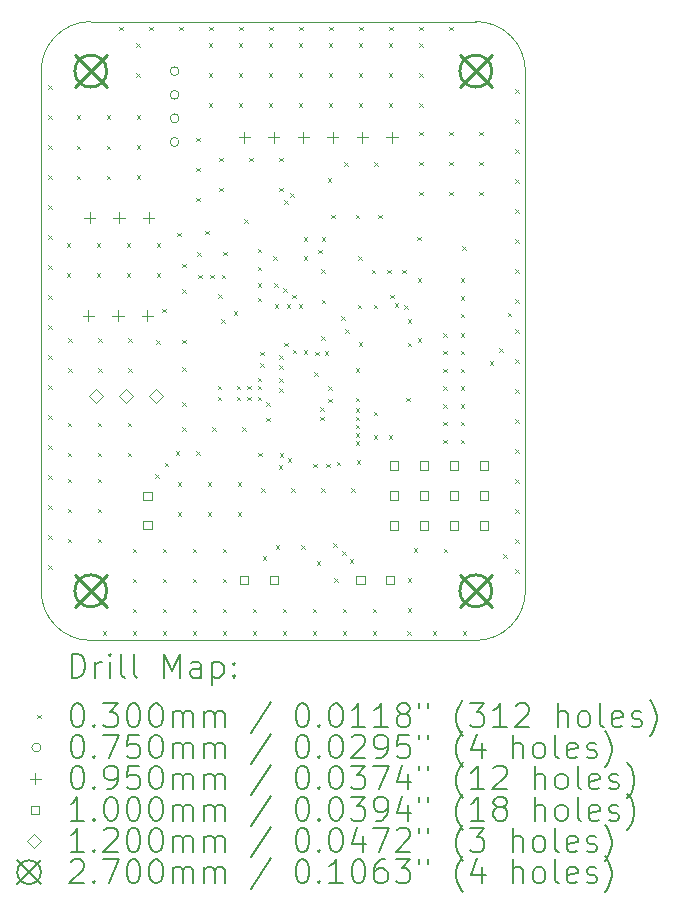
<source format=gbr>
%TF.GenerationSoftware,KiCad,Pcbnew,9.0.0*%
%TF.CreationDate,2025-04-11T10:18:56+02:00*%
%TF.ProjectId,Janus_finalV,4a616e75-735f-4666-996e-616c562e6b69,rev?*%
%TF.SameCoordinates,Original*%
%TF.FileFunction,Drillmap*%
%TF.FilePolarity,Positive*%
%FSLAX45Y45*%
G04 Gerber Fmt 4.5, Leading zero omitted, Abs format (unit mm)*
G04 Created by KiCad (PCBNEW 9.0.0) date 2025-04-11 10:18:56*
%MOMM*%
%LPD*%
G01*
G04 APERTURE LIST*
%ADD10C,0.050000*%
%ADD11C,0.200000*%
%ADD12C,0.100000*%
%ADD13C,0.120000*%
%ADD14C,0.270000*%
G04 APERTURE END LIST*
D10*
X11020000Y-4160000D02*
G75*
G02*
X11440000Y-3740000I420000J0D01*
G01*
X14700000Y-3740000D02*
X11440000Y-3740000D01*
X11440000Y-8980000D02*
G75*
G02*
X11020000Y-8560000I0J420000D01*
G01*
X11440000Y-8980000D02*
X14700000Y-8980000D01*
X14700000Y-3740000D02*
G75*
G02*
X15120000Y-4160000I0J-420000D01*
G01*
X15120000Y-8560000D02*
X15120000Y-4160000D01*
X15120000Y-8560000D02*
G75*
G02*
X14700000Y-8980000I-420000J0D01*
G01*
X11020000Y-4160000D02*
X11020000Y-8560000D01*
D11*
D12*
X11080000Y-4280000D02*
X11110000Y-4310000D01*
X11110000Y-4280000D02*
X11080000Y-4310000D01*
X11080000Y-4534000D02*
X11110000Y-4564000D01*
X11110000Y-4534000D02*
X11080000Y-4564000D01*
X11080000Y-4788000D02*
X11110000Y-4818000D01*
X11110000Y-4788000D02*
X11080000Y-4818000D01*
X11080000Y-5042000D02*
X11110000Y-5072000D01*
X11110000Y-5042000D02*
X11080000Y-5072000D01*
X11080000Y-5296000D02*
X11110000Y-5326000D01*
X11110000Y-5296000D02*
X11080000Y-5326000D01*
X11080000Y-5550000D02*
X11110000Y-5580000D01*
X11110000Y-5550000D02*
X11080000Y-5580000D01*
X11080000Y-5804000D02*
X11110000Y-5834000D01*
X11110000Y-5804000D02*
X11080000Y-5834000D01*
X11080000Y-6058000D02*
X11110000Y-6088000D01*
X11110000Y-6058000D02*
X11080000Y-6088000D01*
X11080000Y-6312000D02*
X11110000Y-6342000D01*
X11110000Y-6312000D02*
X11080000Y-6342000D01*
X11080000Y-6566000D02*
X11110000Y-6596000D01*
X11110000Y-6566000D02*
X11080000Y-6596000D01*
X11080000Y-6820000D02*
X11110000Y-6850000D01*
X11110000Y-6820000D02*
X11080000Y-6850000D01*
X11080000Y-7074000D02*
X11110000Y-7104000D01*
X11110000Y-7074000D02*
X11080000Y-7104000D01*
X11080000Y-7328000D02*
X11110000Y-7358000D01*
X11110000Y-7328000D02*
X11080000Y-7358000D01*
X11080000Y-7582000D02*
X11110000Y-7612000D01*
X11110000Y-7582000D02*
X11080000Y-7612000D01*
X11080000Y-7836000D02*
X11110000Y-7866000D01*
X11110000Y-7836000D02*
X11080000Y-7866000D01*
X11080000Y-8090000D02*
X11110000Y-8120000D01*
X11110000Y-8090000D02*
X11080000Y-8120000D01*
X11080000Y-8344000D02*
X11110000Y-8374000D01*
X11110000Y-8344000D02*
X11080000Y-8374000D01*
X11235000Y-5615000D02*
X11265000Y-5645000D01*
X11265000Y-5615000D02*
X11235000Y-5645000D01*
X11235000Y-5869000D02*
X11265000Y-5899000D01*
X11265000Y-5869000D02*
X11235000Y-5899000D01*
X11245000Y-7135000D02*
X11275000Y-7165000D01*
X11275000Y-7135000D02*
X11245000Y-7165000D01*
X11245000Y-7389000D02*
X11275000Y-7419000D01*
X11275000Y-7389000D02*
X11245000Y-7419000D01*
X11245000Y-7610000D02*
X11275000Y-7640000D01*
X11275000Y-7610000D02*
X11245000Y-7640000D01*
X11245000Y-7864000D02*
X11275000Y-7894000D01*
X11275000Y-7864000D02*
X11245000Y-7894000D01*
X11245000Y-8118000D02*
X11275000Y-8148000D01*
X11275000Y-8118000D02*
X11245000Y-8148000D01*
X11250000Y-6420000D02*
X11280000Y-6450000D01*
X11280000Y-6420000D02*
X11250000Y-6450000D01*
X11250000Y-6674000D02*
X11280000Y-6704000D01*
X11280000Y-6674000D02*
X11250000Y-6704000D01*
X11320000Y-4535000D02*
X11350000Y-4565000D01*
X11350000Y-4535000D02*
X11320000Y-4565000D01*
X11320000Y-4790000D02*
X11350000Y-4820000D01*
X11350000Y-4790000D02*
X11320000Y-4820000D01*
X11320000Y-5044000D02*
X11350000Y-5074000D01*
X11350000Y-5044000D02*
X11320000Y-5074000D01*
X11489000Y-5615000D02*
X11519000Y-5645000D01*
X11519000Y-5615000D02*
X11489000Y-5645000D01*
X11489000Y-5869000D02*
X11519000Y-5899000D01*
X11519000Y-5869000D02*
X11489000Y-5899000D01*
X11499000Y-7135000D02*
X11529000Y-7165000D01*
X11529000Y-7135000D02*
X11499000Y-7165000D01*
X11499000Y-7389000D02*
X11529000Y-7419000D01*
X11529000Y-7389000D02*
X11499000Y-7419000D01*
X11499000Y-7610000D02*
X11529000Y-7640000D01*
X11529000Y-7610000D02*
X11499000Y-7640000D01*
X11499000Y-7864000D02*
X11529000Y-7894000D01*
X11529000Y-7864000D02*
X11499000Y-7894000D01*
X11499000Y-8118000D02*
X11529000Y-8148000D01*
X11529000Y-8118000D02*
X11499000Y-8148000D01*
X11504000Y-6420000D02*
X11534000Y-6450000D01*
X11534000Y-6420000D02*
X11504000Y-6450000D01*
X11504000Y-6674000D02*
X11534000Y-6704000D01*
X11534000Y-6674000D02*
X11504000Y-6704000D01*
X11540000Y-8900000D02*
X11570000Y-8930000D01*
X11570000Y-8900000D02*
X11540000Y-8930000D01*
X11574000Y-4535000D02*
X11604000Y-4565000D01*
X11604000Y-4535000D02*
X11574000Y-4565000D01*
X11574000Y-4790000D02*
X11604000Y-4820000D01*
X11604000Y-4790000D02*
X11574000Y-4820000D01*
X11574000Y-5044000D02*
X11604000Y-5074000D01*
X11604000Y-5044000D02*
X11574000Y-5074000D01*
X11679000Y-3785000D02*
X11709000Y-3815000D01*
X11709000Y-3785000D02*
X11679000Y-3815000D01*
X11743000Y-5615000D02*
X11773000Y-5645000D01*
X11773000Y-5615000D02*
X11743000Y-5645000D01*
X11743000Y-5869000D02*
X11773000Y-5899000D01*
X11773000Y-5869000D02*
X11743000Y-5899000D01*
X11753000Y-7135000D02*
X11783000Y-7165000D01*
X11783000Y-7135000D02*
X11753000Y-7165000D01*
X11753000Y-7389000D02*
X11783000Y-7419000D01*
X11783000Y-7389000D02*
X11753000Y-7419000D01*
X11758000Y-6420000D02*
X11788000Y-6450000D01*
X11788000Y-6420000D02*
X11758000Y-6450000D01*
X11758000Y-6674000D02*
X11788000Y-6704000D01*
X11788000Y-6674000D02*
X11758000Y-6704000D01*
X11794000Y-8900000D02*
X11824000Y-8930000D01*
X11824000Y-8900000D02*
X11794000Y-8930000D01*
X11795000Y-8205000D02*
X11825000Y-8235000D01*
X11825000Y-8205000D02*
X11795000Y-8235000D01*
X11795000Y-8459000D02*
X11825000Y-8489000D01*
X11825000Y-8459000D02*
X11795000Y-8489000D01*
X11795000Y-8713000D02*
X11825000Y-8743000D01*
X11825000Y-8713000D02*
X11795000Y-8743000D01*
X11825000Y-3925000D02*
X11855000Y-3955000D01*
X11855000Y-3925000D02*
X11825000Y-3955000D01*
X11825000Y-4179000D02*
X11855000Y-4209000D01*
X11855000Y-4179000D02*
X11825000Y-4209000D01*
X11828000Y-4535000D02*
X11858000Y-4565000D01*
X11858000Y-4535000D02*
X11828000Y-4565000D01*
X11828000Y-4789000D02*
X11858000Y-4819000D01*
X11858000Y-4789000D02*
X11828000Y-4819000D01*
X11828000Y-5043000D02*
X11858000Y-5073000D01*
X11858000Y-5043000D02*
X11828000Y-5073000D01*
X11933000Y-3785000D02*
X11963000Y-3815000D01*
X11963000Y-3785000D02*
X11933000Y-3815000D01*
X11985000Y-7575000D02*
X12015000Y-7605000D01*
X12015000Y-7575000D02*
X11985000Y-7605000D01*
X11995000Y-6440000D02*
X12025000Y-6470000D01*
X12025000Y-6440000D02*
X11995000Y-6470000D01*
X11997000Y-5615000D02*
X12027000Y-5645000D01*
X12027000Y-5615000D02*
X11997000Y-5645000D01*
X11997000Y-5869000D02*
X12027000Y-5899000D01*
X12027000Y-5869000D02*
X11997000Y-5899000D01*
X12045000Y-6170000D02*
X12075000Y-6200000D01*
X12075000Y-6170000D02*
X12045000Y-6200000D01*
X12048000Y-8900000D02*
X12078000Y-8930000D01*
X12078000Y-8900000D02*
X12048000Y-8930000D01*
X12049000Y-8205000D02*
X12079000Y-8235000D01*
X12079000Y-8205000D02*
X12049000Y-8235000D01*
X12049000Y-8459000D02*
X12079000Y-8489000D01*
X12079000Y-8459000D02*
X12049000Y-8489000D01*
X12049000Y-8713000D02*
X12079000Y-8743000D01*
X12079000Y-8713000D02*
X12049000Y-8743000D01*
X12065000Y-7475000D02*
X12095000Y-7505000D01*
X12095000Y-7475000D02*
X12065000Y-7505000D01*
X12160000Y-7380000D02*
X12190000Y-7410000D01*
X12190000Y-7380000D02*
X12160000Y-7410000D01*
X12170000Y-5530000D02*
X12200000Y-5560000D01*
X12200000Y-5530000D02*
X12170000Y-5560000D01*
X12175000Y-7640000D02*
X12205000Y-7670000D01*
X12205000Y-7640000D02*
X12175000Y-7670000D01*
X12175000Y-7894000D02*
X12205000Y-7924000D01*
X12205000Y-7894000D02*
X12175000Y-7924000D01*
X12187000Y-3785000D02*
X12217000Y-3815000D01*
X12217000Y-3785000D02*
X12187000Y-3815000D01*
X12215000Y-5790000D02*
X12245000Y-5820000D01*
X12245000Y-5790000D02*
X12215000Y-5820000D01*
X12215000Y-6005000D02*
X12245000Y-6035000D01*
X12245000Y-6005000D02*
X12215000Y-6035000D01*
X12215000Y-6435000D02*
X12245000Y-6465000D01*
X12245000Y-6435000D02*
X12215000Y-6465000D01*
X12215000Y-6669000D02*
X12245000Y-6699000D01*
X12245000Y-6669000D02*
X12215000Y-6699000D01*
X12215000Y-6965000D02*
X12245000Y-6995000D01*
X12245000Y-6965000D02*
X12215000Y-6995000D01*
X12215000Y-7177000D02*
X12245000Y-7207000D01*
X12245000Y-7177000D02*
X12215000Y-7207000D01*
X12302000Y-8900000D02*
X12332000Y-8930000D01*
X12332000Y-8900000D02*
X12302000Y-8930000D01*
X12303000Y-8205000D02*
X12333000Y-8235000D01*
X12333000Y-8205000D02*
X12303000Y-8235000D01*
X12303000Y-8459000D02*
X12333000Y-8489000D01*
X12333000Y-8459000D02*
X12303000Y-8489000D01*
X12303000Y-8713000D02*
X12333000Y-8743000D01*
X12333000Y-8713000D02*
X12303000Y-8743000D01*
X12335000Y-4725000D02*
X12365000Y-4755000D01*
X12365000Y-4725000D02*
X12335000Y-4755000D01*
X12335000Y-4979000D02*
X12365000Y-5009000D01*
X12365000Y-4979000D02*
X12335000Y-5009000D01*
X12335000Y-5233000D02*
X12365000Y-5263000D01*
X12365000Y-5233000D02*
X12335000Y-5263000D01*
X12335000Y-7380000D02*
X12365000Y-7410000D01*
X12365000Y-7380000D02*
X12335000Y-7410000D01*
X12340000Y-5695000D02*
X12370000Y-5725000D01*
X12370000Y-5695000D02*
X12340000Y-5725000D01*
X12350000Y-5885000D02*
X12380000Y-5915000D01*
X12380000Y-5885000D02*
X12350000Y-5915000D01*
X12410000Y-5510000D02*
X12440000Y-5540000D01*
X12440000Y-5510000D02*
X12410000Y-5540000D01*
X12429000Y-7640000D02*
X12459000Y-7670000D01*
X12459000Y-7640000D02*
X12429000Y-7670000D01*
X12429000Y-7894000D02*
X12459000Y-7924000D01*
X12459000Y-7894000D02*
X12429000Y-7924000D01*
X12440000Y-3925000D02*
X12470000Y-3955000D01*
X12470000Y-3925000D02*
X12440000Y-3955000D01*
X12440000Y-4179000D02*
X12470000Y-4209000D01*
X12470000Y-4179000D02*
X12440000Y-4209000D01*
X12440000Y-4433000D02*
X12470000Y-4463000D01*
X12470000Y-4433000D02*
X12440000Y-4463000D01*
X12441000Y-3785000D02*
X12471000Y-3815000D01*
X12471000Y-3785000D02*
X12441000Y-3815000D01*
X12450000Y-5885000D02*
X12480000Y-5915000D01*
X12480000Y-5885000D02*
X12450000Y-5915000D01*
X12469000Y-7177000D02*
X12499000Y-7207000D01*
X12499000Y-7177000D02*
X12469000Y-7207000D01*
X12515000Y-6825000D02*
X12545000Y-6855000D01*
X12545000Y-6825000D02*
X12515000Y-6855000D01*
X12515000Y-6915000D02*
X12545000Y-6945000D01*
X12545000Y-6915000D02*
X12515000Y-6945000D01*
X12520000Y-6050000D02*
X12550000Y-6080000D01*
X12550000Y-6050000D02*
X12520000Y-6080000D01*
X12530000Y-4895000D02*
X12560000Y-4925000D01*
X12560000Y-4895000D02*
X12530000Y-4925000D01*
X12530000Y-5149000D02*
X12560000Y-5179000D01*
X12560000Y-5149000D02*
X12530000Y-5179000D01*
X12545000Y-6260000D02*
X12575000Y-6290000D01*
X12575000Y-6260000D02*
X12545000Y-6290000D01*
X12550000Y-5885000D02*
X12580000Y-5915000D01*
X12580000Y-5885000D02*
X12550000Y-5915000D01*
X12556000Y-8900000D02*
X12586000Y-8930000D01*
X12586000Y-8900000D02*
X12556000Y-8930000D01*
X12557000Y-8205000D02*
X12587000Y-8235000D01*
X12587000Y-8205000D02*
X12557000Y-8235000D01*
X12557000Y-8459000D02*
X12587000Y-8489000D01*
X12587000Y-8459000D02*
X12557000Y-8489000D01*
X12557000Y-8713000D02*
X12587000Y-8743000D01*
X12587000Y-8713000D02*
X12557000Y-8743000D01*
X12560000Y-5690000D02*
X12590000Y-5720000D01*
X12590000Y-5690000D02*
X12560000Y-5720000D01*
X12650000Y-6195000D02*
X12680000Y-6225000D01*
X12680000Y-6195000D02*
X12650000Y-6225000D01*
X12675000Y-6825000D02*
X12705000Y-6855000D01*
X12705000Y-6825000D02*
X12675000Y-6855000D01*
X12675000Y-6915000D02*
X12705000Y-6945000D01*
X12705000Y-6915000D02*
X12675000Y-6945000D01*
X12683000Y-7640000D02*
X12713000Y-7670000D01*
X12713000Y-7640000D02*
X12683000Y-7670000D01*
X12683000Y-7894000D02*
X12713000Y-7924000D01*
X12713000Y-7894000D02*
X12683000Y-7924000D01*
X12694000Y-3925000D02*
X12724000Y-3955000D01*
X12724000Y-3925000D02*
X12694000Y-3955000D01*
X12694000Y-4179000D02*
X12724000Y-4209000D01*
X12724000Y-4179000D02*
X12694000Y-4209000D01*
X12694000Y-4433000D02*
X12724000Y-4463000D01*
X12724000Y-4433000D02*
X12694000Y-4463000D01*
X12695000Y-3785000D02*
X12725000Y-3815000D01*
X12725000Y-3785000D02*
X12695000Y-3815000D01*
X12723000Y-7177000D02*
X12753000Y-7207000D01*
X12753000Y-7177000D02*
X12723000Y-7207000D01*
X12740000Y-5415000D02*
X12770000Y-5445000D01*
X12770000Y-5415000D02*
X12740000Y-5445000D01*
X12765000Y-6825000D02*
X12795000Y-6855000D01*
X12795000Y-6825000D02*
X12765000Y-6855000D01*
X12765000Y-6915000D02*
X12795000Y-6945000D01*
X12795000Y-6915000D02*
X12765000Y-6945000D01*
X12784000Y-4895000D02*
X12814000Y-4925000D01*
X12814000Y-4895000D02*
X12784000Y-4925000D01*
X12810000Y-8900000D02*
X12840000Y-8930000D01*
X12840000Y-8900000D02*
X12810000Y-8930000D01*
X12811000Y-8713000D02*
X12841000Y-8743000D01*
X12841000Y-8713000D02*
X12811000Y-8743000D01*
X12855000Y-5665000D02*
X12885000Y-5695000D01*
X12885000Y-5665000D02*
X12855000Y-5695000D01*
X12855000Y-5815000D02*
X12885000Y-5845000D01*
X12885000Y-5815000D02*
X12855000Y-5845000D01*
X12855000Y-5955000D02*
X12885000Y-5985000D01*
X12885000Y-5955000D02*
X12855000Y-5985000D01*
X12855000Y-6080000D02*
X12885000Y-6110000D01*
X12885000Y-6080000D02*
X12855000Y-6110000D01*
X12855000Y-6755000D02*
X12885000Y-6785000D01*
X12885000Y-6755000D02*
X12855000Y-6785000D01*
X12855000Y-6825000D02*
X12885000Y-6855000D01*
X12885000Y-6825000D02*
X12855000Y-6855000D01*
X12855000Y-6915000D02*
X12885000Y-6945000D01*
X12885000Y-6915000D02*
X12855000Y-6945000D01*
X12860000Y-7390000D02*
X12890000Y-7420000D01*
X12890000Y-7390000D02*
X12860000Y-7420000D01*
X12875000Y-6535000D02*
X12905000Y-6565000D01*
X12905000Y-6535000D02*
X12875000Y-6565000D01*
X12875000Y-6635000D02*
X12905000Y-6665000D01*
X12905000Y-6635000D02*
X12875000Y-6665000D01*
X12885000Y-7690000D02*
X12915000Y-7720000D01*
X12915000Y-7690000D02*
X12885000Y-7720000D01*
X12895000Y-8265000D02*
X12925000Y-8295000D01*
X12925000Y-8265000D02*
X12895000Y-8295000D01*
X12925000Y-6965000D02*
X12955000Y-6995000D01*
X12955000Y-6965000D02*
X12925000Y-6995000D01*
X12925000Y-7095000D02*
X12955000Y-7125000D01*
X12955000Y-7095000D02*
X12925000Y-7125000D01*
X12948000Y-3925000D02*
X12978000Y-3955000D01*
X12978000Y-3925000D02*
X12948000Y-3955000D01*
X12948000Y-4179000D02*
X12978000Y-4209000D01*
X12978000Y-4179000D02*
X12948000Y-4209000D01*
X12948000Y-4433000D02*
X12978000Y-4463000D01*
X12978000Y-4433000D02*
X12948000Y-4463000D01*
X12949000Y-3785000D02*
X12979000Y-3815000D01*
X12979000Y-3785000D02*
X12949000Y-3815000D01*
X12985000Y-5725000D02*
X13015000Y-5755000D01*
X13015000Y-5725000D02*
X12985000Y-5755000D01*
X12995000Y-5955000D02*
X13025000Y-5985000D01*
X13025000Y-5955000D02*
X12995000Y-5985000D01*
X12999000Y-6135000D02*
X13029000Y-6165000D01*
X13029000Y-6135000D02*
X12999000Y-6165000D01*
X13005000Y-8175000D02*
X13035000Y-8205000D01*
X13035000Y-8175000D02*
X13005000Y-8205000D01*
X13030000Y-7495000D02*
X13060000Y-7525000D01*
X13060000Y-7495000D02*
X13030000Y-7525000D01*
X13035000Y-6565000D02*
X13065000Y-6595000D01*
X13065000Y-6565000D02*
X13035000Y-6595000D01*
X13035000Y-6650000D02*
X13065000Y-6680000D01*
X13065000Y-6650000D02*
X13035000Y-6680000D01*
X13035000Y-6760000D02*
X13065000Y-6790000D01*
X13065000Y-6760000D02*
X13035000Y-6790000D01*
X13035000Y-6845000D02*
X13065000Y-6875000D01*
X13065000Y-6845000D02*
X13035000Y-6875000D01*
X13038000Y-4895000D02*
X13068000Y-4925000D01*
X13068000Y-4895000D02*
X13038000Y-4925000D01*
X13038000Y-5149000D02*
X13068000Y-5179000D01*
X13068000Y-5149000D02*
X13038000Y-5179000D01*
X13040000Y-7395000D02*
X13070000Y-7425000D01*
X13070000Y-7395000D02*
X13040000Y-7425000D01*
X13064000Y-8900000D02*
X13094000Y-8930000D01*
X13094000Y-8900000D02*
X13064000Y-8930000D01*
X13065000Y-8713000D02*
X13095000Y-8743000D01*
X13095000Y-8713000D02*
X13065000Y-8743000D01*
X13070093Y-6000000D02*
X13100093Y-6030000D01*
X13100093Y-6000000D02*
X13070093Y-6030000D01*
X13080000Y-5255000D02*
X13110000Y-5285000D01*
X13110000Y-5255000D02*
X13080000Y-5285000D01*
X13080000Y-6457682D02*
X13110000Y-6487682D01*
X13110000Y-6457682D02*
X13080000Y-6487682D01*
X13099000Y-6135000D02*
X13129000Y-6165000D01*
X13129000Y-6135000D02*
X13099000Y-6165000D01*
X13108600Y-7436160D02*
X13138600Y-7466160D01*
X13138600Y-7436160D02*
X13108600Y-7466160D01*
X13130000Y-5192550D02*
X13160000Y-5222550D01*
X13160000Y-5192550D02*
X13130000Y-5222550D01*
X13139000Y-7690000D02*
X13169000Y-7720000D01*
X13169000Y-7690000D02*
X13139000Y-7720000D01*
X13145000Y-6055000D02*
X13175000Y-6085000D01*
X13175000Y-6055000D02*
X13145000Y-6085000D01*
X13150555Y-6517534D02*
X13180555Y-6547534D01*
X13180555Y-6517534D02*
X13150555Y-6547534D01*
X13199000Y-6135000D02*
X13229000Y-6165000D01*
X13229000Y-6135000D02*
X13199000Y-6165000D01*
X13202000Y-3925000D02*
X13232000Y-3955000D01*
X13232000Y-3925000D02*
X13202000Y-3955000D01*
X13202000Y-4179000D02*
X13232000Y-4209000D01*
X13232000Y-4179000D02*
X13202000Y-4209000D01*
X13202000Y-4433000D02*
X13232000Y-4463000D01*
X13232000Y-4433000D02*
X13202000Y-4463000D01*
X13203000Y-3785000D02*
X13233000Y-3815000D01*
X13233000Y-3785000D02*
X13203000Y-3815000D01*
X13220000Y-8175000D02*
X13250000Y-8205000D01*
X13250000Y-8175000D02*
X13220000Y-8205000D01*
X13242108Y-6524234D02*
X13272108Y-6554234D01*
X13272108Y-6524234D02*
X13242108Y-6554234D01*
X13245000Y-5565000D02*
X13275000Y-5595000D01*
X13275000Y-5565000D02*
X13245000Y-5595000D01*
X13245000Y-5725000D02*
X13275000Y-5755000D01*
X13275000Y-5725000D02*
X13245000Y-5755000D01*
X13318000Y-8900000D02*
X13348000Y-8930000D01*
X13348000Y-8900000D02*
X13318000Y-8930000D01*
X13319000Y-8713000D02*
X13349000Y-8743000D01*
X13349000Y-8713000D02*
X13319000Y-8743000D01*
X13325000Y-7485000D02*
X13355000Y-7515000D01*
X13355000Y-7485000D02*
X13325000Y-7515000D01*
X13330000Y-6710000D02*
X13360000Y-6740000D01*
X13360000Y-6710000D02*
X13330000Y-6740000D01*
X13340365Y-6537638D02*
X13370365Y-6567638D01*
X13370365Y-6537638D02*
X13340365Y-6567638D01*
X13355000Y-8310000D02*
X13385000Y-8340000D01*
X13385000Y-8310000D02*
X13355000Y-8340000D01*
X13365000Y-5672500D02*
X13395000Y-5702500D01*
X13395000Y-5672500D02*
X13365000Y-5702500D01*
X13385000Y-7005000D02*
X13415000Y-7035000D01*
X13415000Y-7005000D02*
X13385000Y-7035000D01*
X13385000Y-7085000D02*
X13415000Y-7115000D01*
X13415000Y-7085000D02*
X13385000Y-7115000D01*
X13390000Y-6405000D02*
X13420000Y-6435000D01*
X13420000Y-6405000D02*
X13390000Y-6435000D01*
X13393000Y-5835000D02*
X13423000Y-5865000D01*
X13423000Y-5835000D02*
X13393000Y-5865000D01*
X13393000Y-7690000D02*
X13423000Y-7720000D01*
X13423000Y-7690000D02*
X13393000Y-7720000D01*
X13395000Y-5565000D02*
X13425000Y-5595000D01*
X13425000Y-5565000D02*
X13395000Y-5595000D01*
X13395000Y-6095000D02*
X13425000Y-6125000D01*
X13425000Y-6095000D02*
X13395000Y-6125000D01*
X13420000Y-6530000D02*
X13450000Y-6560000D01*
X13450000Y-6530000D02*
X13420000Y-6560000D01*
X13432123Y-7482123D02*
X13462123Y-7512123D01*
X13462123Y-7482123D02*
X13432123Y-7512123D01*
X13445000Y-5065000D02*
X13475000Y-5095000D01*
X13475000Y-5065000D02*
X13445000Y-5095000D01*
X13450000Y-6830000D02*
X13480000Y-6860000D01*
X13480000Y-6830000D02*
X13450000Y-6860000D01*
X13450000Y-6935000D02*
X13480000Y-6965000D01*
X13480000Y-6935000D02*
X13450000Y-6965000D01*
X13456000Y-3925000D02*
X13486000Y-3955000D01*
X13486000Y-3925000D02*
X13456000Y-3955000D01*
X13456000Y-4179000D02*
X13486000Y-4209000D01*
X13486000Y-4179000D02*
X13456000Y-4209000D01*
X13456000Y-4433000D02*
X13486000Y-4463000D01*
X13486000Y-4433000D02*
X13456000Y-4463000D01*
X13457000Y-3785000D02*
X13487000Y-3815000D01*
X13487000Y-3785000D02*
X13457000Y-3815000D01*
X13475000Y-5375000D02*
X13505000Y-5405000D01*
X13505000Y-5375000D02*
X13475000Y-5405000D01*
X13495000Y-8155000D02*
X13525000Y-8185000D01*
X13525000Y-8155000D02*
X13495000Y-8185000D01*
X13500000Y-8455000D02*
X13530000Y-8485000D01*
X13530000Y-8455000D02*
X13500000Y-8485000D01*
X13523085Y-7465407D02*
X13553085Y-7495407D01*
X13553085Y-7465407D02*
X13523085Y-7495407D01*
X13560000Y-6235000D02*
X13590000Y-6265000D01*
X13590000Y-6235000D02*
X13560000Y-6265000D01*
X13569000Y-8225000D02*
X13599000Y-8255000D01*
X13599000Y-8225000D02*
X13569000Y-8255000D01*
X13572000Y-8900000D02*
X13602000Y-8930000D01*
X13602000Y-8900000D02*
X13572000Y-8930000D01*
X13573000Y-8713000D02*
X13603000Y-8743000D01*
X13603000Y-8713000D02*
X13573000Y-8743000D01*
X13585000Y-4930000D02*
X13615000Y-4960000D01*
X13615000Y-4930000D02*
X13585000Y-4960000D01*
X13595000Y-6345000D02*
X13625000Y-6375000D01*
X13625000Y-6345000D02*
X13595000Y-6375000D01*
X13633000Y-8291000D02*
X13663000Y-8321000D01*
X13663000Y-8291000D02*
X13633000Y-8321000D01*
X13647000Y-7690000D02*
X13677000Y-7720000D01*
X13677000Y-7690000D02*
X13647000Y-7720000D01*
X13683000Y-6675000D02*
X13713000Y-6705000D01*
X13713000Y-6675000D02*
X13683000Y-6705000D01*
X13685000Y-5375000D02*
X13715000Y-5405000D01*
X13715000Y-5375000D02*
X13685000Y-5405000D01*
X13685000Y-6925000D02*
X13715000Y-6955000D01*
X13715000Y-6925000D02*
X13685000Y-6955000D01*
X13685000Y-7015000D02*
X13715000Y-7045000D01*
X13715000Y-7015000D02*
X13685000Y-7045000D01*
X13685000Y-7085000D02*
X13715000Y-7115000D01*
X13715000Y-7085000D02*
X13685000Y-7115000D01*
X13685000Y-7155000D02*
X13715000Y-7185000D01*
X13715000Y-7155000D02*
X13685000Y-7185000D01*
X13685000Y-7225000D02*
X13715000Y-7255000D01*
X13715000Y-7225000D02*
X13685000Y-7255000D01*
X13685000Y-7295000D02*
X13715000Y-7325000D01*
X13715000Y-7295000D02*
X13685000Y-7325000D01*
X13690000Y-7455000D02*
X13720000Y-7485000D01*
X13720000Y-7455000D02*
X13690000Y-7485000D01*
X13702000Y-6137000D02*
X13732000Y-6167000D01*
X13732000Y-6137000D02*
X13702000Y-6167000D01*
X13705000Y-5725000D02*
X13735000Y-5755000D01*
X13735000Y-5725000D02*
X13705000Y-5755000D01*
X13710000Y-3925000D02*
X13740000Y-3955000D01*
X13740000Y-3925000D02*
X13710000Y-3955000D01*
X13710000Y-4179000D02*
X13740000Y-4209000D01*
X13740000Y-4179000D02*
X13710000Y-4209000D01*
X13710000Y-4433000D02*
X13740000Y-4463000D01*
X13740000Y-4433000D02*
X13710000Y-4463000D01*
X13710000Y-6455000D02*
X13740000Y-6485000D01*
X13740000Y-6455000D02*
X13710000Y-6485000D01*
X13711000Y-3785000D02*
X13741000Y-3815000D01*
X13741000Y-3785000D02*
X13711000Y-3815000D01*
X13818000Y-5843000D02*
X13848000Y-5873000D01*
X13848000Y-5843000D02*
X13818000Y-5873000D01*
X13826000Y-8900000D02*
X13856000Y-8930000D01*
X13856000Y-8900000D02*
X13826000Y-8930000D01*
X13827000Y-8713000D02*
X13857000Y-8743000D01*
X13857000Y-8713000D02*
X13827000Y-8743000D01*
X13835000Y-7045000D02*
X13865000Y-7075000D01*
X13865000Y-7045000D02*
X13835000Y-7075000D01*
X13835000Y-7245000D02*
X13865000Y-7275000D01*
X13865000Y-7245000D02*
X13835000Y-7275000D01*
X13836000Y-6136000D02*
X13866000Y-6166000D01*
X13866000Y-6136000D02*
X13836000Y-6166000D01*
X13839000Y-4930000D02*
X13869000Y-4960000D01*
X13869000Y-4930000D02*
X13839000Y-4960000D01*
X13872000Y-5374000D02*
X13902000Y-5404000D01*
X13902000Y-5374000D02*
X13872000Y-5404000D01*
X13948000Y-5843000D02*
X13978000Y-5873000D01*
X13978000Y-5843000D02*
X13948000Y-5873000D01*
X13964000Y-3925000D02*
X13994000Y-3955000D01*
X13994000Y-3925000D02*
X13964000Y-3955000D01*
X13964000Y-4179000D02*
X13994000Y-4209000D01*
X13994000Y-4179000D02*
X13964000Y-4209000D01*
X13964000Y-4433000D02*
X13994000Y-4463000D01*
X13994000Y-4433000D02*
X13964000Y-4463000D01*
X13964000Y-7245000D02*
X13994000Y-7275000D01*
X13994000Y-7245000D02*
X13964000Y-7275000D01*
X13965000Y-3785000D02*
X13995000Y-3815000D01*
X13995000Y-3785000D02*
X13965000Y-3815000D01*
X13977573Y-6052426D02*
X14007573Y-6082426D01*
X14007573Y-6052426D02*
X13977573Y-6082426D01*
X14015000Y-6123000D02*
X14045000Y-6153000D01*
X14045000Y-6123000D02*
X14015000Y-6153000D01*
X14078000Y-5843000D02*
X14108000Y-5873000D01*
X14108000Y-5843000D02*
X14078000Y-5873000D01*
X14095000Y-6140000D02*
X14125000Y-6170000D01*
X14125000Y-6140000D02*
X14095000Y-6170000D01*
X14111000Y-6924000D02*
X14141000Y-6954000D01*
X14141000Y-6924000D02*
X14111000Y-6954000D01*
X14120000Y-8900000D02*
X14150000Y-8930000D01*
X14150000Y-8900000D02*
X14120000Y-8930000D01*
X14123000Y-6262000D02*
X14153000Y-6292000D01*
X14153000Y-6262000D02*
X14123000Y-6292000D01*
X14123000Y-8453000D02*
X14153000Y-8483000D01*
X14153000Y-8453000D02*
X14123000Y-8483000D01*
X14123000Y-8707000D02*
X14153000Y-8737000D01*
X14153000Y-8707000D02*
X14123000Y-8737000D01*
X14125000Y-6460000D02*
X14155000Y-6490000D01*
X14155000Y-6460000D02*
X14125000Y-6490000D01*
X14175000Y-8200000D02*
X14205000Y-8230000D01*
X14205000Y-8200000D02*
X14175000Y-8230000D01*
X14202000Y-5562000D02*
X14232000Y-5592000D01*
X14232000Y-5562000D02*
X14202000Y-5592000D01*
X14210000Y-5915000D02*
X14240000Y-5945000D01*
X14240000Y-5915000D02*
X14210000Y-5945000D01*
X14210000Y-6420000D02*
X14240000Y-6450000D01*
X14240000Y-6420000D02*
X14210000Y-6450000D01*
X14219000Y-3785000D02*
X14249000Y-3815000D01*
X14249000Y-3785000D02*
X14219000Y-3815000D01*
X14220000Y-3925000D02*
X14250000Y-3955000D01*
X14250000Y-3925000D02*
X14220000Y-3955000D01*
X14220000Y-4180000D02*
X14250000Y-4210000D01*
X14250000Y-4180000D02*
X14220000Y-4210000D01*
X14220000Y-4430000D02*
X14250000Y-4460000D01*
X14250000Y-4430000D02*
X14220000Y-4460000D01*
X14220000Y-4675000D02*
X14250000Y-4705000D01*
X14250000Y-4675000D02*
X14220000Y-4705000D01*
X14220000Y-4929000D02*
X14250000Y-4959000D01*
X14250000Y-4929000D02*
X14220000Y-4959000D01*
X14220000Y-5183000D02*
X14250000Y-5213000D01*
X14250000Y-5183000D02*
X14220000Y-5213000D01*
X14334000Y-8900000D02*
X14364000Y-8930000D01*
X14364000Y-8900000D02*
X14334000Y-8930000D01*
X14422000Y-6379000D02*
X14452000Y-6409000D01*
X14452000Y-6379000D02*
X14422000Y-6409000D01*
X14422000Y-6529000D02*
X14452000Y-6559000D01*
X14452000Y-6529000D02*
X14422000Y-6559000D01*
X14422000Y-6679000D02*
X14452000Y-6709000D01*
X14452000Y-6679000D02*
X14422000Y-6709000D01*
X14422000Y-6829000D02*
X14452000Y-6859000D01*
X14452000Y-6829000D02*
X14422000Y-6859000D01*
X14422000Y-6979000D02*
X14452000Y-7009000D01*
X14452000Y-6979000D02*
X14422000Y-7009000D01*
X14422000Y-7129000D02*
X14452000Y-7159000D01*
X14452000Y-7129000D02*
X14422000Y-7159000D01*
X14422000Y-7279000D02*
X14452000Y-7309000D01*
X14452000Y-7279000D02*
X14422000Y-7309000D01*
X14430000Y-8205000D02*
X14460000Y-8235000D01*
X14460000Y-8205000D02*
X14430000Y-8235000D01*
X14473000Y-3785000D02*
X14503000Y-3815000D01*
X14503000Y-3785000D02*
X14473000Y-3815000D01*
X14474000Y-4675000D02*
X14504000Y-4705000D01*
X14504000Y-4675000D02*
X14474000Y-4705000D01*
X14474000Y-4929000D02*
X14504000Y-4959000D01*
X14504000Y-4929000D02*
X14474000Y-4959000D01*
X14474000Y-5183000D02*
X14504000Y-5213000D01*
X14504000Y-5183000D02*
X14474000Y-5213000D01*
X14572000Y-5915000D02*
X14602000Y-5945000D01*
X14602000Y-5915000D02*
X14572000Y-5945000D01*
X14572000Y-6065000D02*
X14602000Y-6095000D01*
X14602000Y-6065000D02*
X14572000Y-6095000D01*
X14572000Y-6215000D02*
X14602000Y-6245000D01*
X14602000Y-6215000D02*
X14572000Y-6245000D01*
X14572000Y-6379000D02*
X14602000Y-6409000D01*
X14602000Y-6379000D02*
X14572000Y-6409000D01*
X14572000Y-6529000D02*
X14602000Y-6559000D01*
X14602000Y-6529000D02*
X14572000Y-6559000D01*
X14572000Y-6679000D02*
X14602000Y-6709000D01*
X14602000Y-6679000D02*
X14572000Y-6709000D01*
X14572000Y-6829000D02*
X14602000Y-6859000D01*
X14602000Y-6829000D02*
X14572000Y-6859000D01*
X14572000Y-6979000D02*
X14602000Y-7009000D01*
X14602000Y-6979000D02*
X14572000Y-7009000D01*
X14572000Y-7129000D02*
X14602000Y-7159000D01*
X14602000Y-7129000D02*
X14572000Y-7159000D01*
X14572000Y-7279000D02*
X14602000Y-7309000D01*
X14602000Y-7279000D02*
X14572000Y-7309000D01*
X14584000Y-5641000D02*
X14614000Y-5671000D01*
X14614000Y-5641000D02*
X14584000Y-5671000D01*
X14588000Y-8900000D02*
X14618000Y-8930000D01*
X14618000Y-8900000D02*
X14588000Y-8930000D01*
X14728000Y-4675000D02*
X14758000Y-4705000D01*
X14758000Y-4675000D02*
X14728000Y-4705000D01*
X14728000Y-4929000D02*
X14758000Y-4959000D01*
X14758000Y-4929000D02*
X14728000Y-4959000D01*
X14728000Y-5183000D02*
X14758000Y-5213000D01*
X14758000Y-5183000D02*
X14728000Y-5213000D01*
X14819000Y-6616000D02*
X14849000Y-6646000D01*
X14849000Y-6616000D02*
X14819000Y-6646000D01*
X14897000Y-6505000D02*
X14927000Y-6535000D01*
X14927000Y-6505000D02*
X14897000Y-6535000D01*
X14930000Y-8250000D02*
X14960000Y-8280000D01*
X14960000Y-8250000D02*
X14930000Y-8280000D01*
X14970000Y-6205000D02*
X15000000Y-6235000D01*
X15000000Y-6205000D02*
X14970000Y-6235000D01*
X15035000Y-4315000D02*
X15065000Y-4345000D01*
X15065000Y-4315000D02*
X15035000Y-4345000D01*
X15035000Y-4569000D02*
X15065000Y-4599000D01*
X15065000Y-4569000D02*
X15035000Y-4599000D01*
X15035000Y-4823000D02*
X15065000Y-4853000D01*
X15065000Y-4823000D02*
X15035000Y-4853000D01*
X15035000Y-5077000D02*
X15065000Y-5107000D01*
X15065000Y-5077000D02*
X15035000Y-5107000D01*
X15035000Y-5331000D02*
X15065000Y-5361000D01*
X15065000Y-5331000D02*
X15035000Y-5361000D01*
X15035000Y-5585000D02*
X15065000Y-5615000D01*
X15065000Y-5585000D02*
X15035000Y-5615000D01*
X15035000Y-5839000D02*
X15065000Y-5869000D01*
X15065000Y-5839000D02*
X15035000Y-5869000D01*
X15035000Y-6093000D02*
X15065000Y-6123000D01*
X15065000Y-6093000D02*
X15035000Y-6123000D01*
X15035000Y-6347000D02*
X15065000Y-6377000D01*
X15065000Y-6347000D02*
X15035000Y-6377000D01*
X15035000Y-6601000D02*
X15065000Y-6631000D01*
X15065000Y-6601000D02*
X15035000Y-6631000D01*
X15035000Y-6855000D02*
X15065000Y-6885000D01*
X15065000Y-6855000D02*
X15035000Y-6885000D01*
X15035000Y-7109000D02*
X15065000Y-7139000D01*
X15065000Y-7109000D02*
X15035000Y-7139000D01*
X15035000Y-7363000D02*
X15065000Y-7393000D01*
X15065000Y-7363000D02*
X15035000Y-7393000D01*
X15035000Y-7617000D02*
X15065000Y-7647000D01*
X15065000Y-7617000D02*
X15035000Y-7647000D01*
X15035000Y-7871000D02*
X15065000Y-7901000D01*
X15065000Y-7871000D02*
X15035000Y-7901000D01*
X15035000Y-8125000D02*
X15065000Y-8155000D01*
X15065000Y-8125000D02*
X15035000Y-8155000D01*
X15035000Y-8379000D02*
X15065000Y-8409000D01*
X15065000Y-8379000D02*
X15035000Y-8409000D01*
X12187500Y-4160000D02*
G75*
G02*
X12112500Y-4160000I-37500J0D01*
G01*
X12112500Y-4160000D02*
G75*
G02*
X12187500Y-4160000I37500J0D01*
G01*
X12187500Y-4360000D02*
G75*
G02*
X12112500Y-4360000I-37500J0D01*
G01*
X12112500Y-4360000D02*
G75*
G02*
X12187500Y-4360000I37500J0D01*
G01*
X12187500Y-4560000D02*
G75*
G02*
X12112500Y-4560000I-37500J0D01*
G01*
X12112500Y-4560000D02*
G75*
G02*
X12187500Y-4560000I37500J0D01*
G01*
X12187500Y-4760000D02*
G75*
G02*
X12112500Y-4760000I-37500J0D01*
G01*
X12112500Y-4760000D02*
G75*
G02*
X12187500Y-4760000I37500J0D01*
G01*
X11420000Y-6182500D02*
X11420000Y-6277500D01*
X11372500Y-6230000D02*
X11467500Y-6230000D01*
X11430000Y-5352500D02*
X11430000Y-5447500D01*
X11382500Y-5400000D02*
X11477500Y-5400000D01*
X11670000Y-6182500D02*
X11670000Y-6277500D01*
X11622500Y-6230000D02*
X11717500Y-6230000D01*
X11680000Y-5352500D02*
X11680000Y-5447500D01*
X11632500Y-5400000D02*
X11727500Y-5400000D01*
X11920000Y-6182500D02*
X11920000Y-6277500D01*
X11872500Y-6230000D02*
X11967500Y-6230000D01*
X11930000Y-5352500D02*
X11930000Y-5447500D01*
X11882500Y-5400000D02*
X11977500Y-5400000D01*
X12740000Y-4672500D02*
X12740000Y-4767500D01*
X12692500Y-4720000D02*
X12787500Y-4720000D01*
X12990000Y-4672500D02*
X12990000Y-4767500D01*
X12942500Y-4720000D02*
X13037500Y-4720000D01*
X13240000Y-4672500D02*
X13240000Y-4767500D01*
X13192500Y-4720000D02*
X13287500Y-4720000D01*
X13490000Y-4672500D02*
X13490000Y-4767500D01*
X13442500Y-4720000D02*
X13537500Y-4720000D01*
X13740000Y-4672500D02*
X13740000Y-4767500D01*
X13692500Y-4720000D02*
X13787500Y-4720000D01*
X13990000Y-4672500D02*
X13990000Y-4767500D01*
X13942500Y-4720000D02*
X14037500Y-4720000D01*
X11955356Y-7790356D02*
X11955356Y-7719644D01*
X11884644Y-7719644D01*
X11884644Y-7790356D01*
X11955356Y-7790356D01*
X11955356Y-8040356D02*
X11955356Y-7969644D01*
X11884644Y-7969644D01*
X11884644Y-8040356D01*
X11955356Y-8040356D01*
X12775356Y-8505356D02*
X12775356Y-8434644D01*
X12704644Y-8434644D01*
X12704644Y-8505356D01*
X12775356Y-8505356D01*
X13025356Y-8505356D02*
X13025356Y-8434644D01*
X12954644Y-8434644D01*
X12954644Y-8505356D01*
X13025356Y-8505356D01*
X13760356Y-8505356D02*
X13760356Y-8434644D01*
X13689644Y-8434644D01*
X13689644Y-8505356D01*
X13760356Y-8505356D01*
X14010356Y-8505356D02*
X14010356Y-8434644D01*
X13939644Y-8434644D01*
X13939644Y-8505356D01*
X14010356Y-8505356D01*
X14043356Y-7535356D02*
X14043356Y-7464644D01*
X13972644Y-7464644D01*
X13972644Y-7535356D01*
X14043356Y-7535356D01*
X14043356Y-7789356D02*
X14043356Y-7718644D01*
X13972644Y-7718644D01*
X13972644Y-7789356D01*
X14043356Y-7789356D01*
X14043356Y-8043356D02*
X14043356Y-7972644D01*
X13972644Y-7972644D01*
X13972644Y-8043356D01*
X14043356Y-8043356D01*
X14297356Y-7535356D02*
X14297356Y-7464644D01*
X14226644Y-7464644D01*
X14226644Y-7535356D01*
X14297356Y-7535356D01*
X14297356Y-7789356D02*
X14297356Y-7718644D01*
X14226644Y-7718644D01*
X14226644Y-7789356D01*
X14297356Y-7789356D01*
X14297356Y-8043356D02*
X14297356Y-7972644D01*
X14226644Y-7972644D01*
X14226644Y-8043356D01*
X14297356Y-8043356D01*
X14551356Y-7535356D02*
X14551356Y-7464644D01*
X14480644Y-7464644D01*
X14480644Y-7535356D01*
X14551356Y-7535356D01*
X14551356Y-7789356D02*
X14551356Y-7718644D01*
X14480644Y-7718644D01*
X14480644Y-7789356D01*
X14551356Y-7789356D01*
X14551356Y-8043356D02*
X14551356Y-7972644D01*
X14480644Y-7972644D01*
X14480644Y-8043356D01*
X14551356Y-8043356D01*
X14805356Y-7535356D02*
X14805356Y-7464644D01*
X14734644Y-7464644D01*
X14734644Y-7535356D01*
X14805356Y-7535356D01*
X14805356Y-7789356D02*
X14805356Y-7718644D01*
X14734644Y-7718644D01*
X14734644Y-7789356D01*
X14805356Y-7789356D01*
X14805356Y-8043356D02*
X14805356Y-7972644D01*
X14734644Y-7972644D01*
X14734644Y-8043356D01*
X14805356Y-8043356D01*
D13*
X11482000Y-6970000D02*
X11542000Y-6910000D01*
X11482000Y-6850000D01*
X11422000Y-6910000D01*
X11482000Y-6970000D01*
X11736000Y-6970000D02*
X11796000Y-6910000D01*
X11736000Y-6850000D01*
X11676000Y-6910000D01*
X11736000Y-6970000D01*
X11990000Y-6970000D02*
X12050000Y-6910000D01*
X11990000Y-6850000D01*
X11930000Y-6910000D01*
X11990000Y-6970000D01*
D14*
X11305000Y-4025000D02*
X11575000Y-4295000D01*
X11575000Y-4025000D02*
X11305000Y-4295000D01*
X11575000Y-4160000D02*
G75*
G02*
X11305000Y-4160000I-135000J0D01*
G01*
X11305000Y-4160000D02*
G75*
G02*
X11575000Y-4160000I135000J0D01*
G01*
X11305000Y-8425000D02*
X11575000Y-8695000D01*
X11575000Y-8425000D02*
X11305000Y-8695000D01*
X11575000Y-8560000D02*
G75*
G02*
X11305000Y-8560000I-135000J0D01*
G01*
X11305000Y-8560000D02*
G75*
G02*
X11575000Y-8560000I135000J0D01*
G01*
X14565000Y-4025000D02*
X14835000Y-4295000D01*
X14835000Y-4025000D02*
X14565000Y-4295000D01*
X14835000Y-4160000D02*
G75*
G02*
X14565000Y-4160000I-135000J0D01*
G01*
X14565000Y-4160000D02*
G75*
G02*
X14835000Y-4160000I135000J0D01*
G01*
X14565000Y-8425000D02*
X14835000Y-8695000D01*
X14835000Y-8425000D02*
X14565000Y-8695000D01*
X14835000Y-8560000D02*
G75*
G02*
X14565000Y-8560000I-135000J0D01*
G01*
X14565000Y-8560000D02*
G75*
G02*
X14835000Y-8560000I135000J0D01*
G01*
D11*
X11278277Y-9293984D02*
X11278277Y-9093984D01*
X11278277Y-9093984D02*
X11325896Y-9093984D01*
X11325896Y-9093984D02*
X11354467Y-9103508D01*
X11354467Y-9103508D02*
X11373515Y-9122555D01*
X11373515Y-9122555D02*
X11383039Y-9141603D01*
X11383039Y-9141603D02*
X11392562Y-9179698D01*
X11392562Y-9179698D02*
X11392562Y-9208270D01*
X11392562Y-9208270D02*
X11383039Y-9246365D01*
X11383039Y-9246365D02*
X11373515Y-9265412D01*
X11373515Y-9265412D02*
X11354467Y-9284460D01*
X11354467Y-9284460D02*
X11325896Y-9293984D01*
X11325896Y-9293984D02*
X11278277Y-9293984D01*
X11478277Y-9293984D02*
X11478277Y-9160650D01*
X11478277Y-9198746D02*
X11487801Y-9179698D01*
X11487801Y-9179698D02*
X11497324Y-9170174D01*
X11497324Y-9170174D02*
X11516372Y-9160650D01*
X11516372Y-9160650D02*
X11535420Y-9160650D01*
X11602086Y-9293984D02*
X11602086Y-9160650D01*
X11602086Y-9093984D02*
X11592562Y-9103508D01*
X11592562Y-9103508D02*
X11602086Y-9113031D01*
X11602086Y-9113031D02*
X11611610Y-9103508D01*
X11611610Y-9103508D02*
X11602086Y-9093984D01*
X11602086Y-9093984D02*
X11602086Y-9113031D01*
X11725896Y-9293984D02*
X11706848Y-9284460D01*
X11706848Y-9284460D02*
X11697324Y-9265412D01*
X11697324Y-9265412D02*
X11697324Y-9093984D01*
X11830658Y-9293984D02*
X11811610Y-9284460D01*
X11811610Y-9284460D02*
X11802086Y-9265412D01*
X11802086Y-9265412D02*
X11802086Y-9093984D01*
X12059229Y-9293984D02*
X12059229Y-9093984D01*
X12059229Y-9093984D02*
X12125896Y-9236841D01*
X12125896Y-9236841D02*
X12192562Y-9093984D01*
X12192562Y-9093984D02*
X12192562Y-9293984D01*
X12373515Y-9293984D02*
X12373515Y-9189222D01*
X12373515Y-9189222D02*
X12363991Y-9170174D01*
X12363991Y-9170174D02*
X12344943Y-9160650D01*
X12344943Y-9160650D02*
X12306848Y-9160650D01*
X12306848Y-9160650D02*
X12287801Y-9170174D01*
X12373515Y-9284460D02*
X12354467Y-9293984D01*
X12354467Y-9293984D02*
X12306848Y-9293984D01*
X12306848Y-9293984D02*
X12287801Y-9284460D01*
X12287801Y-9284460D02*
X12278277Y-9265412D01*
X12278277Y-9265412D02*
X12278277Y-9246365D01*
X12278277Y-9246365D02*
X12287801Y-9227317D01*
X12287801Y-9227317D02*
X12306848Y-9217793D01*
X12306848Y-9217793D02*
X12354467Y-9217793D01*
X12354467Y-9217793D02*
X12373515Y-9208270D01*
X12468753Y-9160650D02*
X12468753Y-9360650D01*
X12468753Y-9170174D02*
X12487801Y-9160650D01*
X12487801Y-9160650D02*
X12525896Y-9160650D01*
X12525896Y-9160650D02*
X12544943Y-9170174D01*
X12544943Y-9170174D02*
X12554467Y-9179698D01*
X12554467Y-9179698D02*
X12563991Y-9198746D01*
X12563991Y-9198746D02*
X12563991Y-9255889D01*
X12563991Y-9255889D02*
X12554467Y-9274936D01*
X12554467Y-9274936D02*
X12544943Y-9284460D01*
X12544943Y-9284460D02*
X12525896Y-9293984D01*
X12525896Y-9293984D02*
X12487801Y-9293984D01*
X12487801Y-9293984D02*
X12468753Y-9284460D01*
X12649705Y-9274936D02*
X12659229Y-9284460D01*
X12659229Y-9284460D02*
X12649705Y-9293984D01*
X12649705Y-9293984D02*
X12640182Y-9284460D01*
X12640182Y-9284460D02*
X12649705Y-9274936D01*
X12649705Y-9274936D02*
X12649705Y-9293984D01*
X12649705Y-9170174D02*
X12659229Y-9179698D01*
X12659229Y-9179698D02*
X12649705Y-9189222D01*
X12649705Y-9189222D02*
X12640182Y-9179698D01*
X12640182Y-9179698D02*
X12649705Y-9170174D01*
X12649705Y-9170174D02*
X12649705Y-9189222D01*
D12*
X10987500Y-9607500D02*
X11017500Y-9637500D01*
X11017500Y-9607500D02*
X10987500Y-9637500D01*
D11*
X11316372Y-9513984D02*
X11335420Y-9513984D01*
X11335420Y-9513984D02*
X11354467Y-9523508D01*
X11354467Y-9523508D02*
X11363991Y-9533031D01*
X11363991Y-9533031D02*
X11373515Y-9552079D01*
X11373515Y-9552079D02*
X11383039Y-9590174D01*
X11383039Y-9590174D02*
X11383039Y-9637793D01*
X11383039Y-9637793D02*
X11373515Y-9675889D01*
X11373515Y-9675889D02*
X11363991Y-9694936D01*
X11363991Y-9694936D02*
X11354467Y-9704460D01*
X11354467Y-9704460D02*
X11335420Y-9713984D01*
X11335420Y-9713984D02*
X11316372Y-9713984D01*
X11316372Y-9713984D02*
X11297324Y-9704460D01*
X11297324Y-9704460D02*
X11287801Y-9694936D01*
X11287801Y-9694936D02*
X11278277Y-9675889D01*
X11278277Y-9675889D02*
X11268753Y-9637793D01*
X11268753Y-9637793D02*
X11268753Y-9590174D01*
X11268753Y-9590174D02*
X11278277Y-9552079D01*
X11278277Y-9552079D02*
X11287801Y-9533031D01*
X11287801Y-9533031D02*
X11297324Y-9523508D01*
X11297324Y-9523508D02*
X11316372Y-9513984D01*
X11468753Y-9694936D02*
X11478277Y-9704460D01*
X11478277Y-9704460D02*
X11468753Y-9713984D01*
X11468753Y-9713984D02*
X11459229Y-9704460D01*
X11459229Y-9704460D02*
X11468753Y-9694936D01*
X11468753Y-9694936D02*
X11468753Y-9713984D01*
X11544943Y-9513984D02*
X11668753Y-9513984D01*
X11668753Y-9513984D02*
X11602086Y-9590174D01*
X11602086Y-9590174D02*
X11630658Y-9590174D01*
X11630658Y-9590174D02*
X11649705Y-9599698D01*
X11649705Y-9599698D02*
X11659229Y-9609222D01*
X11659229Y-9609222D02*
X11668753Y-9628270D01*
X11668753Y-9628270D02*
X11668753Y-9675889D01*
X11668753Y-9675889D02*
X11659229Y-9694936D01*
X11659229Y-9694936D02*
X11649705Y-9704460D01*
X11649705Y-9704460D02*
X11630658Y-9713984D01*
X11630658Y-9713984D02*
X11573515Y-9713984D01*
X11573515Y-9713984D02*
X11554467Y-9704460D01*
X11554467Y-9704460D02*
X11544943Y-9694936D01*
X11792562Y-9513984D02*
X11811610Y-9513984D01*
X11811610Y-9513984D02*
X11830658Y-9523508D01*
X11830658Y-9523508D02*
X11840182Y-9533031D01*
X11840182Y-9533031D02*
X11849705Y-9552079D01*
X11849705Y-9552079D02*
X11859229Y-9590174D01*
X11859229Y-9590174D02*
X11859229Y-9637793D01*
X11859229Y-9637793D02*
X11849705Y-9675889D01*
X11849705Y-9675889D02*
X11840182Y-9694936D01*
X11840182Y-9694936D02*
X11830658Y-9704460D01*
X11830658Y-9704460D02*
X11811610Y-9713984D01*
X11811610Y-9713984D02*
X11792562Y-9713984D01*
X11792562Y-9713984D02*
X11773515Y-9704460D01*
X11773515Y-9704460D02*
X11763991Y-9694936D01*
X11763991Y-9694936D02*
X11754467Y-9675889D01*
X11754467Y-9675889D02*
X11744943Y-9637793D01*
X11744943Y-9637793D02*
X11744943Y-9590174D01*
X11744943Y-9590174D02*
X11754467Y-9552079D01*
X11754467Y-9552079D02*
X11763991Y-9533031D01*
X11763991Y-9533031D02*
X11773515Y-9523508D01*
X11773515Y-9523508D02*
X11792562Y-9513984D01*
X11983039Y-9513984D02*
X12002086Y-9513984D01*
X12002086Y-9513984D02*
X12021134Y-9523508D01*
X12021134Y-9523508D02*
X12030658Y-9533031D01*
X12030658Y-9533031D02*
X12040182Y-9552079D01*
X12040182Y-9552079D02*
X12049705Y-9590174D01*
X12049705Y-9590174D02*
X12049705Y-9637793D01*
X12049705Y-9637793D02*
X12040182Y-9675889D01*
X12040182Y-9675889D02*
X12030658Y-9694936D01*
X12030658Y-9694936D02*
X12021134Y-9704460D01*
X12021134Y-9704460D02*
X12002086Y-9713984D01*
X12002086Y-9713984D02*
X11983039Y-9713984D01*
X11983039Y-9713984D02*
X11963991Y-9704460D01*
X11963991Y-9704460D02*
X11954467Y-9694936D01*
X11954467Y-9694936D02*
X11944943Y-9675889D01*
X11944943Y-9675889D02*
X11935420Y-9637793D01*
X11935420Y-9637793D02*
X11935420Y-9590174D01*
X11935420Y-9590174D02*
X11944943Y-9552079D01*
X11944943Y-9552079D02*
X11954467Y-9533031D01*
X11954467Y-9533031D02*
X11963991Y-9523508D01*
X11963991Y-9523508D02*
X11983039Y-9513984D01*
X12135420Y-9713984D02*
X12135420Y-9580650D01*
X12135420Y-9599698D02*
X12144943Y-9590174D01*
X12144943Y-9590174D02*
X12163991Y-9580650D01*
X12163991Y-9580650D02*
X12192563Y-9580650D01*
X12192563Y-9580650D02*
X12211610Y-9590174D01*
X12211610Y-9590174D02*
X12221134Y-9609222D01*
X12221134Y-9609222D02*
X12221134Y-9713984D01*
X12221134Y-9609222D02*
X12230658Y-9590174D01*
X12230658Y-9590174D02*
X12249705Y-9580650D01*
X12249705Y-9580650D02*
X12278277Y-9580650D01*
X12278277Y-9580650D02*
X12297324Y-9590174D01*
X12297324Y-9590174D02*
X12306848Y-9609222D01*
X12306848Y-9609222D02*
X12306848Y-9713984D01*
X12402086Y-9713984D02*
X12402086Y-9580650D01*
X12402086Y-9599698D02*
X12411610Y-9590174D01*
X12411610Y-9590174D02*
X12430658Y-9580650D01*
X12430658Y-9580650D02*
X12459229Y-9580650D01*
X12459229Y-9580650D02*
X12478277Y-9590174D01*
X12478277Y-9590174D02*
X12487801Y-9609222D01*
X12487801Y-9609222D02*
X12487801Y-9713984D01*
X12487801Y-9609222D02*
X12497324Y-9590174D01*
X12497324Y-9590174D02*
X12516372Y-9580650D01*
X12516372Y-9580650D02*
X12544943Y-9580650D01*
X12544943Y-9580650D02*
X12563991Y-9590174D01*
X12563991Y-9590174D02*
X12573515Y-9609222D01*
X12573515Y-9609222D02*
X12573515Y-9713984D01*
X12963991Y-9504460D02*
X12792563Y-9761603D01*
X13221134Y-9513984D02*
X13240182Y-9513984D01*
X13240182Y-9513984D02*
X13259229Y-9523508D01*
X13259229Y-9523508D02*
X13268753Y-9533031D01*
X13268753Y-9533031D02*
X13278277Y-9552079D01*
X13278277Y-9552079D02*
X13287801Y-9590174D01*
X13287801Y-9590174D02*
X13287801Y-9637793D01*
X13287801Y-9637793D02*
X13278277Y-9675889D01*
X13278277Y-9675889D02*
X13268753Y-9694936D01*
X13268753Y-9694936D02*
X13259229Y-9704460D01*
X13259229Y-9704460D02*
X13240182Y-9713984D01*
X13240182Y-9713984D02*
X13221134Y-9713984D01*
X13221134Y-9713984D02*
X13202086Y-9704460D01*
X13202086Y-9704460D02*
X13192563Y-9694936D01*
X13192563Y-9694936D02*
X13183039Y-9675889D01*
X13183039Y-9675889D02*
X13173515Y-9637793D01*
X13173515Y-9637793D02*
X13173515Y-9590174D01*
X13173515Y-9590174D02*
X13183039Y-9552079D01*
X13183039Y-9552079D02*
X13192563Y-9533031D01*
X13192563Y-9533031D02*
X13202086Y-9523508D01*
X13202086Y-9523508D02*
X13221134Y-9513984D01*
X13373515Y-9694936D02*
X13383039Y-9704460D01*
X13383039Y-9704460D02*
X13373515Y-9713984D01*
X13373515Y-9713984D02*
X13363991Y-9704460D01*
X13363991Y-9704460D02*
X13373515Y-9694936D01*
X13373515Y-9694936D02*
X13373515Y-9713984D01*
X13506848Y-9513984D02*
X13525896Y-9513984D01*
X13525896Y-9513984D02*
X13544944Y-9523508D01*
X13544944Y-9523508D02*
X13554467Y-9533031D01*
X13554467Y-9533031D02*
X13563991Y-9552079D01*
X13563991Y-9552079D02*
X13573515Y-9590174D01*
X13573515Y-9590174D02*
X13573515Y-9637793D01*
X13573515Y-9637793D02*
X13563991Y-9675889D01*
X13563991Y-9675889D02*
X13554467Y-9694936D01*
X13554467Y-9694936D02*
X13544944Y-9704460D01*
X13544944Y-9704460D02*
X13525896Y-9713984D01*
X13525896Y-9713984D02*
X13506848Y-9713984D01*
X13506848Y-9713984D02*
X13487801Y-9704460D01*
X13487801Y-9704460D02*
X13478277Y-9694936D01*
X13478277Y-9694936D02*
X13468753Y-9675889D01*
X13468753Y-9675889D02*
X13459229Y-9637793D01*
X13459229Y-9637793D02*
X13459229Y-9590174D01*
X13459229Y-9590174D02*
X13468753Y-9552079D01*
X13468753Y-9552079D02*
X13478277Y-9533031D01*
X13478277Y-9533031D02*
X13487801Y-9523508D01*
X13487801Y-9523508D02*
X13506848Y-9513984D01*
X13763991Y-9713984D02*
X13649706Y-9713984D01*
X13706848Y-9713984D02*
X13706848Y-9513984D01*
X13706848Y-9513984D02*
X13687801Y-9542555D01*
X13687801Y-9542555D02*
X13668753Y-9561603D01*
X13668753Y-9561603D02*
X13649706Y-9571127D01*
X13954467Y-9713984D02*
X13840182Y-9713984D01*
X13897325Y-9713984D02*
X13897325Y-9513984D01*
X13897325Y-9513984D02*
X13878277Y-9542555D01*
X13878277Y-9542555D02*
X13859229Y-9561603D01*
X13859229Y-9561603D02*
X13840182Y-9571127D01*
X14068753Y-9599698D02*
X14049706Y-9590174D01*
X14049706Y-9590174D02*
X14040182Y-9580650D01*
X14040182Y-9580650D02*
X14030658Y-9561603D01*
X14030658Y-9561603D02*
X14030658Y-9552079D01*
X14030658Y-9552079D02*
X14040182Y-9533031D01*
X14040182Y-9533031D02*
X14049706Y-9523508D01*
X14049706Y-9523508D02*
X14068753Y-9513984D01*
X14068753Y-9513984D02*
X14106848Y-9513984D01*
X14106848Y-9513984D02*
X14125896Y-9523508D01*
X14125896Y-9523508D02*
X14135420Y-9533031D01*
X14135420Y-9533031D02*
X14144944Y-9552079D01*
X14144944Y-9552079D02*
X14144944Y-9561603D01*
X14144944Y-9561603D02*
X14135420Y-9580650D01*
X14135420Y-9580650D02*
X14125896Y-9590174D01*
X14125896Y-9590174D02*
X14106848Y-9599698D01*
X14106848Y-9599698D02*
X14068753Y-9599698D01*
X14068753Y-9599698D02*
X14049706Y-9609222D01*
X14049706Y-9609222D02*
X14040182Y-9618746D01*
X14040182Y-9618746D02*
X14030658Y-9637793D01*
X14030658Y-9637793D02*
X14030658Y-9675889D01*
X14030658Y-9675889D02*
X14040182Y-9694936D01*
X14040182Y-9694936D02*
X14049706Y-9704460D01*
X14049706Y-9704460D02*
X14068753Y-9713984D01*
X14068753Y-9713984D02*
X14106848Y-9713984D01*
X14106848Y-9713984D02*
X14125896Y-9704460D01*
X14125896Y-9704460D02*
X14135420Y-9694936D01*
X14135420Y-9694936D02*
X14144944Y-9675889D01*
X14144944Y-9675889D02*
X14144944Y-9637793D01*
X14144944Y-9637793D02*
X14135420Y-9618746D01*
X14135420Y-9618746D02*
X14125896Y-9609222D01*
X14125896Y-9609222D02*
X14106848Y-9599698D01*
X14221134Y-9513984D02*
X14221134Y-9552079D01*
X14297325Y-9513984D02*
X14297325Y-9552079D01*
X14592563Y-9790174D02*
X14583039Y-9780650D01*
X14583039Y-9780650D02*
X14563991Y-9752079D01*
X14563991Y-9752079D02*
X14554468Y-9733031D01*
X14554468Y-9733031D02*
X14544944Y-9704460D01*
X14544944Y-9704460D02*
X14535420Y-9656841D01*
X14535420Y-9656841D02*
X14535420Y-9618746D01*
X14535420Y-9618746D02*
X14544944Y-9571127D01*
X14544944Y-9571127D02*
X14554468Y-9542555D01*
X14554468Y-9542555D02*
X14563991Y-9523508D01*
X14563991Y-9523508D02*
X14583039Y-9494936D01*
X14583039Y-9494936D02*
X14592563Y-9485412D01*
X14649706Y-9513984D02*
X14773515Y-9513984D01*
X14773515Y-9513984D02*
X14706848Y-9590174D01*
X14706848Y-9590174D02*
X14735420Y-9590174D01*
X14735420Y-9590174D02*
X14754468Y-9599698D01*
X14754468Y-9599698D02*
X14763991Y-9609222D01*
X14763991Y-9609222D02*
X14773515Y-9628270D01*
X14773515Y-9628270D02*
X14773515Y-9675889D01*
X14773515Y-9675889D02*
X14763991Y-9694936D01*
X14763991Y-9694936D02*
X14754468Y-9704460D01*
X14754468Y-9704460D02*
X14735420Y-9713984D01*
X14735420Y-9713984D02*
X14678277Y-9713984D01*
X14678277Y-9713984D02*
X14659229Y-9704460D01*
X14659229Y-9704460D02*
X14649706Y-9694936D01*
X14963991Y-9713984D02*
X14849706Y-9713984D01*
X14906848Y-9713984D02*
X14906848Y-9513984D01*
X14906848Y-9513984D02*
X14887801Y-9542555D01*
X14887801Y-9542555D02*
X14868753Y-9561603D01*
X14868753Y-9561603D02*
X14849706Y-9571127D01*
X15040182Y-9533031D02*
X15049706Y-9523508D01*
X15049706Y-9523508D02*
X15068753Y-9513984D01*
X15068753Y-9513984D02*
X15116372Y-9513984D01*
X15116372Y-9513984D02*
X15135420Y-9523508D01*
X15135420Y-9523508D02*
X15144944Y-9533031D01*
X15144944Y-9533031D02*
X15154468Y-9552079D01*
X15154468Y-9552079D02*
X15154468Y-9571127D01*
X15154468Y-9571127D02*
X15144944Y-9599698D01*
X15144944Y-9599698D02*
X15030658Y-9713984D01*
X15030658Y-9713984D02*
X15154468Y-9713984D01*
X15392563Y-9713984D02*
X15392563Y-9513984D01*
X15478277Y-9713984D02*
X15478277Y-9609222D01*
X15478277Y-9609222D02*
X15468753Y-9590174D01*
X15468753Y-9590174D02*
X15449706Y-9580650D01*
X15449706Y-9580650D02*
X15421134Y-9580650D01*
X15421134Y-9580650D02*
X15402087Y-9590174D01*
X15402087Y-9590174D02*
X15392563Y-9599698D01*
X15602087Y-9713984D02*
X15583039Y-9704460D01*
X15583039Y-9704460D02*
X15573515Y-9694936D01*
X15573515Y-9694936D02*
X15563991Y-9675889D01*
X15563991Y-9675889D02*
X15563991Y-9618746D01*
X15563991Y-9618746D02*
X15573515Y-9599698D01*
X15573515Y-9599698D02*
X15583039Y-9590174D01*
X15583039Y-9590174D02*
X15602087Y-9580650D01*
X15602087Y-9580650D02*
X15630658Y-9580650D01*
X15630658Y-9580650D02*
X15649706Y-9590174D01*
X15649706Y-9590174D02*
X15659230Y-9599698D01*
X15659230Y-9599698D02*
X15668753Y-9618746D01*
X15668753Y-9618746D02*
X15668753Y-9675889D01*
X15668753Y-9675889D02*
X15659230Y-9694936D01*
X15659230Y-9694936D02*
X15649706Y-9704460D01*
X15649706Y-9704460D02*
X15630658Y-9713984D01*
X15630658Y-9713984D02*
X15602087Y-9713984D01*
X15783039Y-9713984D02*
X15763991Y-9704460D01*
X15763991Y-9704460D02*
X15754468Y-9685412D01*
X15754468Y-9685412D02*
X15754468Y-9513984D01*
X15935420Y-9704460D02*
X15916372Y-9713984D01*
X15916372Y-9713984D02*
X15878277Y-9713984D01*
X15878277Y-9713984D02*
X15859230Y-9704460D01*
X15859230Y-9704460D02*
X15849706Y-9685412D01*
X15849706Y-9685412D02*
X15849706Y-9609222D01*
X15849706Y-9609222D02*
X15859230Y-9590174D01*
X15859230Y-9590174D02*
X15878277Y-9580650D01*
X15878277Y-9580650D02*
X15916372Y-9580650D01*
X15916372Y-9580650D02*
X15935420Y-9590174D01*
X15935420Y-9590174D02*
X15944944Y-9609222D01*
X15944944Y-9609222D02*
X15944944Y-9628270D01*
X15944944Y-9628270D02*
X15849706Y-9647317D01*
X16021134Y-9704460D02*
X16040182Y-9713984D01*
X16040182Y-9713984D02*
X16078277Y-9713984D01*
X16078277Y-9713984D02*
X16097325Y-9704460D01*
X16097325Y-9704460D02*
X16106849Y-9685412D01*
X16106849Y-9685412D02*
X16106849Y-9675889D01*
X16106849Y-9675889D02*
X16097325Y-9656841D01*
X16097325Y-9656841D02*
X16078277Y-9647317D01*
X16078277Y-9647317D02*
X16049706Y-9647317D01*
X16049706Y-9647317D02*
X16030658Y-9637793D01*
X16030658Y-9637793D02*
X16021134Y-9618746D01*
X16021134Y-9618746D02*
X16021134Y-9609222D01*
X16021134Y-9609222D02*
X16030658Y-9590174D01*
X16030658Y-9590174D02*
X16049706Y-9580650D01*
X16049706Y-9580650D02*
X16078277Y-9580650D01*
X16078277Y-9580650D02*
X16097325Y-9590174D01*
X16173515Y-9790174D02*
X16183039Y-9780650D01*
X16183039Y-9780650D02*
X16202087Y-9752079D01*
X16202087Y-9752079D02*
X16211611Y-9733031D01*
X16211611Y-9733031D02*
X16221134Y-9704460D01*
X16221134Y-9704460D02*
X16230658Y-9656841D01*
X16230658Y-9656841D02*
X16230658Y-9618746D01*
X16230658Y-9618746D02*
X16221134Y-9571127D01*
X16221134Y-9571127D02*
X16211611Y-9542555D01*
X16211611Y-9542555D02*
X16202087Y-9523508D01*
X16202087Y-9523508D02*
X16183039Y-9494936D01*
X16183039Y-9494936D02*
X16173515Y-9485412D01*
D12*
X11017500Y-9886500D02*
G75*
G02*
X10942500Y-9886500I-37500J0D01*
G01*
X10942500Y-9886500D02*
G75*
G02*
X11017500Y-9886500I37500J0D01*
G01*
D11*
X11316372Y-9777984D02*
X11335420Y-9777984D01*
X11335420Y-9777984D02*
X11354467Y-9787508D01*
X11354467Y-9787508D02*
X11363991Y-9797031D01*
X11363991Y-9797031D02*
X11373515Y-9816079D01*
X11373515Y-9816079D02*
X11383039Y-9854174D01*
X11383039Y-9854174D02*
X11383039Y-9901793D01*
X11383039Y-9901793D02*
X11373515Y-9939889D01*
X11373515Y-9939889D02*
X11363991Y-9958936D01*
X11363991Y-9958936D02*
X11354467Y-9968460D01*
X11354467Y-9968460D02*
X11335420Y-9977984D01*
X11335420Y-9977984D02*
X11316372Y-9977984D01*
X11316372Y-9977984D02*
X11297324Y-9968460D01*
X11297324Y-9968460D02*
X11287801Y-9958936D01*
X11287801Y-9958936D02*
X11278277Y-9939889D01*
X11278277Y-9939889D02*
X11268753Y-9901793D01*
X11268753Y-9901793D02*
X11268753Y-9854174D01*
X11268753Y-9854174D02*
X11278277Y-9816079D01*
X11278277Y-9816079D02*
X11287801Y-9797031D01*
X11287801Y-9797031D02*
X11297324Y-9787508D01*
X11297324Y-9787508D02*
X11316372Y-9777984D01*
X11468753Y-9958936D02*
X11478277Y-9968460D01*
X11478277Y-9968460D02*
X11468753Y-9977984D01*
X11468753Y-9977984D02*
X11459229Y-9968460D01*
X11459229Y-9968460D02*
X11468753Y-9958936D01*
X11468753Y-9958936D02*
X11468753Y-9977984D01*
X11544943Y-9777984D02*
X11678277Y-9777984D01*
X11678277Y-9777984D02*
X11592562Y-9977984D01*
X11849705Y-9777984D02*
X11754467Y-9777984D01*
X11754467Y-9777984D02*
X11744943Y-9873222D01*
X11744943Y-9873222D02*
X11754467Y-9863698D01*
X11754467Y-9863698D02*
X11773515Y-9854174D01*
X11773515Y-9854174D02*
X11821134Y-9854174D01*
X11821134Y-9854174D02*
X11840182Y-9863698D01*
X11840182Y-9863698D02*
X11849705Y-9873222D01*
X11849705Y-9873222D02*
X11859229Y-9892270D01*
X11859229Y-9892270D02*
X11859229Y-9939889D01*
X11859229Y-9939889D02*
X11849705Y-9958936D01*
X11849705Y-9958936D02*
X11840182Y-9968460D01*
X11840182Y-9968460D02*
X11821134Y-9977984D01*
X11821134Y-9977984D02*
X11773515Y-9977984D01*
X11773515Y-9977984D02*
X11754467Y-9968460D01*
X11754467Y-9968460D02*
X11744943Y-9958936D01*
X11983039Y-9777984D02*
X12002086Y-9777984D01*
X12002086Y-9777984D02*
X12021134Y-9787508D01*
X12021134Y-9787508D02*
X12030658Y-9797031D01*
X12030658Y-9797031D02*
X12040182Y-9816079D01*
X12040182Y-9816079D02*
X12049705Y-9854174D01*
X12049705Y-9854174D02*
X12049705Y-9901793D01*
X12049705Y-9901793D02*
X12040182Y-9939889D01*
X12040182Y-9939889D02*
X12030658Y-9958936D01*
X12030658Y-9958936D02*
X12021134Y-9968460D01*
X12021134Y-9968460D02*
X12002086Y-9977984D01*
X12002086Y-9977984D02*
X11983039Y-9977984D01*
X11983039Y-9977984D02*
X11963991Y-9968460D01*
X11963991Y-9968460D02*
X11954467Y-9958936D01*
X11954467Y-9958936D02*
X11944943Y-9939889D01*
X11944943Y-9939889D02*
X11935420Y-9901793D01*
X11935420Y-9901793D02*
X11935420Y-9854174D01*
X11935420Y-9854174D02*
X11944943Y-9816079D01*
X11944943Y-9816079D02*
X11954467Y-9797031D01*
X11954467Y-9797031D02*
X11963991Y-9787508D01*
X11963991Y-9787508D02*
X11983039Y-9777984D01*
X12135420Y-9977984D02*
X12135420Y-9844650D01*
X12135420Y-9863698D02*
X12144943Y-9854174D01*
X12144943Y-9854174D02*
X12163991Y-9844650D01*
X12163991Y-9844650D02*
X12192563Y-9844650D01*
X12192563Y-9844650D02*
X12211610Y-9854174D01*
X12211610Y-9854174D02*
X12221134Y-9873222D01*
X12221134Y-9873222D02*
X12221134Y-9977984D01*
X12221134Y-9873222D02*
X12230658Y-9854174D01*
X12230658Y-9854174D02*
X12249705Y-9844650D01*
X12249705Y-9844650D02*
X12278277Y-9844650D01*
X12278277Y-9844650D02*
X12297324Y-9854174D01*
X12297324Y-9854174D02*
X12306848Y-9873222D01*
X12306848Y-9873222D02*
X12306848Y-9977984D01*
X12402086Y-9977984D02*
X12402086Y-9844650D01*
X12402086Y-9863698D02*
X12411610Y-9854174D01*
X12411610Y-9854174D02*
X12430658Y-9844650D01*
X12430658Y-9844650D02*
X12459229Y-9844650D01*
X12459229Y-9844650D02*
X12478277Y-9854174D01*
X12478277Y-9854174D02*
X12487801Y-9873222D01*
X12487801Y-9873222D02*
X12487801Y-9977984D01*
X12487801Y-9873222D02*
X12497324Y-9854174D01*
X12497324Y-9854174D02*
X12516372Y-9844650D01*
X12516372Y-9844650D02*
X12544943Y-9844650D01*
X12544943Y-9844650D02*
X12563991Y-9854174D01*
X12563991Y-9854174D02*
X12573515Y-9873222D01*
X12573515Y-9873222D02*
X12573515Y-9977984D01*
X12963991Y-9768460D02*
X12792563Y-10025603D01*
X13221134Y-9777984D02*
X13240182Y-9777984D01*
X13240182Y-9777984D02*
X13259229Y-9787508D01*
X13259229Y-9787508D02*
X13268753Y-9797031D01*
X13268753Y-9797031D02*
X13278277Y-9816079D01*
X13278277Y-9816079D02*
X13287801Y-9854174D01*
X13287801Y-9854174D02*
X13287801Y-9901793D01*
X13287801Y-9901793D02*
X13278277Y-9939889D01*
X13278277Y-9939889D02*
X13268753Y-9958936D01*
X13268753Y-9958936D02*
X13259229Y-9968460D01*
X13259229Y-9968460D02*
X13240182Y-9977984D01*
X13240182Y-9977984D02*
X13221134Y-9977984D01*
X13221134Y-9977984D02*
X13202086Y-9968460D01*
X13202086Y-9968460D02*
X13192563Y-9958936D01*
X13192563Y-9958936D02*
X13183039Y-9939889D01*
X13183039Y-9939889D02*
X13173515Y-9901793D01*
X13173515Y-9901793D02*
X13173515Y-9854174D01*
X13173515Y-9854174D02*
X13183039Y-9816079D01*
X13183039Y-9816079D02*
X13192563Y-9797031D01*
X13192563Y-9797031D02*
X13202086Y-9787508D01*
X13202086Y-9787508D02*
X13221134Y-9777984D01*
X13373515Y-9958936D02*
X13383039Y-9968460D01*
X13383039Y-9968460D02*
X13373515Y-9977984D01*
X13373515Y-9977984D02*
X13363991Y-9968460D01*
X13363991Y-9968460D02*
X13373515Y-9958936D01*
X13373515Y-9958936D02*
X13373515Y-9977984D01*
X13506848Y-9777984D02*
X13525896Y-9777984D01*
X13525896Y-9777984D02*
X13544944Y-9787508D01*
X13544944Y-9787508D02*
X13554467Y-9797031D01*
X13554467Y-9797031D02*
X13563991Y-9816079D01*
X13563991Y-9816079D02*
X13573515Y-9854174D01*
X13573515Y-9854174D02*
X13573515Y-9901793D01*
X13573515Y-9901793D02*
X13563991Y-9939889D01*
X13563991Y-9939889D02*
X13554467Y-9958936D01*
X13554467Y-9958936D02*
X13544944Y-9968460D01*
X13544944Y-9968460D02*
X13525896Y-9977984D01*
X13525896Y-9977984D02*
X13506848Y-9977984D01*
X13506848Y-9977984D02*
X13487801Y-9968460D01*
X13487801Y-9968460D02*
X13478277Y-9958936D01*
X13478277Y-9958936D02*
X13468753Y-9939889D01*
X13468753Y-9939889D02*
X13459229Y-9901793D01*
X13459229Y-9901793D02*
X13459229Y-9854174D01*
X13459229Y-9854174D02*
X13468753Y-9816079D01*
X13468753Y-9816079D02*
X13478277Y-9797031D01*
X13478277Y-9797031D02*
X13487801Y-9787508D01*
X13487801Y-9787508D02*
X13506848Y-9777984D01*
X13649706Y-9797031D02*
X13659229Y-9787508D01*
X13659229Y-9787508D02*
X13678277Y-9777984D01*
X13678277Y-9777984D02*
X13725896Y-9777984D01*
X13725896Y-9777984D02*
X13744944Y-9787508D01*
X13744944Y-9787508D02*
X13754467Y-9797031D01*
X13754467Y-9797031D02*
X13763991Y-9816079D01*
X13763991Y-9816079D02*
X13763991Y-9835127D01*
X13763991Y-9835127D02*
X13754467Y-9863698D01*
X13754467Y-9863698D02*
X13640182Y-9977984D01*
X13640182Y-9977984D02*
X13763991Y-9977984D01*
X13859229Y-9977984D02*
X13897325Y-9977984D01*
X13897325Y-9977984D02*
X13916372Y-9968460D01*
X13916372Y-9968460D02*
X13925896Y-9958936D01*
X13925896Y-9958936D02*
X13944944Y-9930365D01*
X13944944Y-9930365D02*
X13954467Y-9892270D01*
X13954467Y-9892270D02*
X13954467Y-9816079D01*
X13954467Y-9816079D02*
X13944944Y-9797031D01*
X13944944Y-9797031D02*
X13935420Y-9787508D01*
X13935420Y-9787508D02*
X13916372Y-9777984D01*
X13916372Y-9777984D02*
X13878277Y-9777984D01*
X13878277Y-9777984D02*
X13859229Y-9787508D01*
X13859229Y-9787508D02*
X13849706Y-9797031D01*
X13849706Y-9797031D02*
X13840182Y-9816079D01*
X13840182Y-9816079D02*
X13840182Y-9863698D01*
X13840182Y-9863698D02*
X13849706Y-9882746D01*
X13849706Y-9882746D02*
X13859229Y-9892270D01*
X13859229Y-9892270D02*
X13878277Y-9901793D01*
X13878277Y-9901793D02*
X13916372Y-9901793D01*
X13916372Y-9901793D02*
X13935420Y-9892270D01*
X13935420Y-9892270D02*
X13944944Y-9882746D01*
X13944944Y-9882746D02*
X13954467Y-9863698D01*
X14135420Y-9777984D02*
X14040182Y-9777984D01*
X14040182Y-9777984D02*
X14030658Y-9873222D01*
X14030658Y-9873222D02*
X14040182Y-9863698D01*
X14040182Y-9863698D02*
X14059229Y-9854174D01*
X14059229Y-9854174D02*
X14106848Y-9854174D01*
X14106848Y-9854174D02*
X14125896Y-9863698D01*
X14125896Y-9863698D02*
X14135420Y-9873222D01*
X14135420Y-9873222D02*
X14144944Y-9892270D01*
X14144944Y-9892270D02*
X14144944Y-9939889D01*
X14144944Y-9939889D02*
X14135420Y-9958936D01*
X14135420Y-9958936D02*
X14125896Y-9968460D01*
X14125896Y-9968460D02*
X14106848Y-9977984D01*
X14106848Y-9977984D02*
X14059229Y-9977984D01*
X14059229Y-9977984D02*
X14040182Y-9968460D01*
X14040182Y-9968460D02*
X14030658Y-9958936D01*
X14221134Y-9777984D02*
X14221134Y-9816079D01*
X14297325Y-9777984D02*
X14297325Y-9816079D01*
X14592563Y-10054174D02*
X14583039Y-10044650D01*
X14583039Y-10044650D02*
X14563991Y-10016079D01*
X14563991Y-10016079D02*
X14554468Y-9997031D01*
X14554468Y-9997031D02*
X14544944Y-9968460D01*
X14544944Y-9968460D02*
X14535420Y-9920841D01*
X14535420Y-9920841D02*
X14535420Y-9882746D01*
X14535420Y-9882746D02*
X14544944Y-9835127D01*
X14544944Y-9835127D02*
X14554468Y-9806555D01*
X14554468Y-9806555D02*
X14563991Y-9787508D01*
X14563991Y-9787508D02*
X14583039Y-9758936D01*
X14583039Y-9758936D02*
X14592563Y-9749412D01*
X14754468Y-9844650D02*
X14754468Y-9977984D01*
X14706848Y-9768460D02*
X14659229Y-9911317D01*
X14659229Y-9911317D02*
X14783039Y-9911317D01*
X15011610Y-9977984D02*
X15011610Y-9777984D01*
X15097325Y-9977984D02*
X15097325Y-9873222D01*
X15097325Y-9873222D02*
X15087801Y-9854174D01*
X15087801Y-9854174D02*
X15068753Y-9844650D01*
X15068753Y-9844650D02*
X15040182Y-9844650D01*
X15040182Y-9844650D02*
X15021134Y-9854174D01*
X15021134Y-9854174D02*
X15011610Y-9863698D01*
X15221134Y-9977984D02*
X15202087Y-9968460D01*
X15202087Y-9968460D02*
X15192563Y-9958936D01*
X15192563Y-9958936D02*
X15183039Y-9939889D01*
X15183039Y-9939889D02*
X15183039Y-9882746D01*
X15183039Y-9882746D02*
X15192563Y-9863698D01*
X15192563Y-9863698D02*
X15202087Y-9854174D01*
X15202087Y-9854174D02*
X15221134Y-9844650D01*
X15221134Y-9844650D02*
X15249706Y-9844650D01*
X15249706Y-9844650D02*
X15268753Y-9854174D01*
X15268753Y-9854174D02*
X15278277Y-9863698D01*
X15278277Y-9863698D02*
X15287801Y-9882746D01*
X15287801Y-9882746D02*
X15287801Y-9939889D01*
X15287801Y-9939889D02*
X15278277Y-9958936D01*
X15278277Y-9958936D02*
X15268753Y-9968460D01*
X15268753Y-9968460D02*
X15249706Y-9977984D01*
X15249706Y-9977984D02*
X15221134Y-9977984D01*
X15402087Y-9977984D02*
X15383039Y-9968460D01*
X15383039Y-9968460D02*
X15373515Y-9949412D01*
X15373515Y-9949412D02*
X15373515Y-9777984D01*
X15554468Y-9968460D02*
X15535420Y-9977984D01*
X15535420Y-9977984D02*
X15497325Y-9977984D01*
X15497325Y-9977984D02*
X15478277Y-9968460D01*
X15478277Y-9968460D02*
X15468753Y-9949412D01*
X15468753Y-9949412D02*
X15468753Y-9873222D01*
X15468753Y-9873222D02*
X15478277Y-9854174D01*
X15478277Y-9854174D02*
X15497325Y-9844650D01*
X15497325Y-9844650D02*
X15535420Y-9844650D01*
X15535420Y-9844650D02*
X15554468Y-9854174D01*
X15554468Y-9854174D02*
X15563991Y-9873222D01*
X15563991Y-9873222D02*
X15563991Y-9892270D01*
X15563991Y-9892270D02*
X15468753Y-9911317D01*
X15640182Y-9968460D02*
X15659230Y-9977984D01*
X15659230Y-9977984D02*
X15697325Y-9977984D01*
X15697325Y-9977984D02*
X15716372Y-9968460D01*
X15716372Y-9968460D02*
X15725896Y-9949412D01*
X15725896Y-9949412D02*
X15725896Y-9939889D01*
X15725896Y-9939889D02*
X15716372Y-9920841D01*
X15716372Y-9920841D02*
X15697325Y-9911317D01*
X15697325Y-9911317D02*
X15668753Y-9911317D01*
X15668753Y-9911317D02*
X15649706Y-9901793D01*
X15649706Y-9901793D02*
X15640182Y-9882746D01*
X15640182Y-9882746D02*
X15640182Y-9873222D01*
X15640182Y-9873222D02*
X15649706Y-9854174D01*
X15649706Y-9854174D02*
X15668753Y-9844650D01*
X15668753Y-9844650D02*
X15697325Y-9844650D01*
X15697325Y-9844650D02*
X15716372Y-9854174D01*
X15792563Y-10054174D02*
X15802087Y-10044650D01*
X15802087Y-10044650D02*
X15821134Y-10016079D01*
X15821134Y-10016079D02*
X15830658Y-9997031D01*
X15830658Y-9997031D02*
X15840182Y-9968460D01*
X15840182Y-9968460D02*
X15849706Y-9920841D01*
X15849706Y-9920841D02*
X15849706Y-9882746D01*
X15849706Y-9882746D02*
X15840182Y-9835127D01*
X15840182Y-9835127D02*
X15830658Y-9806555D01*
X15830658Y-9806555D02*
X15821134Y-9787508D01*
X15821134Y-9787508D02*
X15802087Y-9758936D01*
X15802087Y-9758936D02*
X15792563Y-9749412D01*
D12*
X10970000Y-10103000D02*
X10970000Y-10198000D01*
X10922500Y-10150500D02*
X11017500Y-10150500D01*
D11*
X11316372Y-10041984D02*
X11335420Y-10041984D01*
X11335420Y-10041984D02*
X11354467Y-10051508D01*
X11354467Y-10051508D02*
X11363991Y-10061031D01*
X11363991Y-10061031D02*
X11373515Y-10080079D01*
X11373515Y-10080079D02*
X11383039Y-10118174D01*
X11383039Y-10118174D02*
X11383039Y-10165793D01*
X11383039Y-10165793D02*
X11373515Y-10203889D01*
X11373515Y-10203889D02*
X11363991Y-10222936D01*
X11363991Y-10222936D02*
X11354467Y-10232460D01*
X11354467Y-10232460D02*
X11335420Y-10241984D01*
X11335420Y-10241984D02*
X11316372Y-10241984D01*
X11316372Y-10241984D02*
X11297324Y-10232460D01*
X11297324Y-10232460D02*
X11287801Y-10222936D01*
X11287801Y-10222936D02*
X11278277Y-10203889D01*
X11278277Y-10203889D02*
X11268753Y-10165793D01*
X11268753Y-10165793D02*
X11268753Y-10118174D01*
X11268753Y-10118174D02*
X11278277Y-10080079D01*
X11278277Y-10080079D02*
X11287801Y-10061031D01*
X11287801Y-10061031D02*
X11297324Y-10051508D01*
X11297324Y-10051508D02*
X11316372Y-10041984D01*
X11468753Y-10222936D02*
X11478277Y-10232460D01*
X11478277Y-10232460D02*
X11468753Y-10241984D01*
X11468753Y-10241984D02*
X11459229Y-10232460D01*
X11459229Y-10232460D02*
X11468753Y-10222936D01*
X11468753Y-10222936D02*
X11468753Y-10241984D01*
X11573515Y-10241984D02*
X11611610Y-10241984D01*
X11611610Y-10241984D02*
X11630658Y-10232460D01*
X11630658Y-10232460D02*
X11640182Y-10222936D01*
X11640182Y-10222936D02*
X11659229Y-10194365D01*
X11659229Y-10194365D02*
X11668753Y-10156270D01*
X11668753Y-10156270D02*
X11668753Y-10080079D01*
X11668753Y-10080079D02*
X11659229Y-10061031D01*
X11659229Y-10061031D02*
X11649705Y-10051508D01*
X11649705Y-10051508D02*
X11630658Y-10041984D01*
X11630658Y-10041984D02*
X11592562Y-10041984D01*
X11592562Y-10041984D02*
X11573515Y-10051508D01*
X11573515Y-10051508D02*
X11563991Y-10061031D01*
X11563991Y-10061031D02*
X11554467Y-10080079D01*
X11554467Y-10080079D02*
X11554467Y-10127698D01*
X11554467Y-10127698D02*
X11563991Y-10146746D01*
X11563991Y-10146746D02*
X11573515Y-10156270D01*
X11573515Y-10156270D02*
X11592562Y-10165793D01*
X11592562Y-10165793D02*
X11630658Y-10165793D01*
X11630658Y-10165793D02*
X11649705Y-10156270D01*
X11649705Y-10156270D02*
X11659229Y-10146746D01*
X11659229Y-10146746D02*
X11668753Y-10127698D01*
X11849705Y-10041984D02*
X11754467Y-10041984D01*
X11754467Y-10041984D02*
X11744943Y-10137222D01*
X11744943Y-10137222D02*
X11754467Y-10127698D01*
X11754467Y-10127698D02*
X11773515Y-10118174D01*
X11773515Y-10118174D02*
X11821134Y-10118174D01*
X11821134Y-10118174D02*
X11840182Y-10127698D01*
X11840182Y-10127698D02*
X11849705Y-10137222D01*
X11849705Y-10137222D02*
X11859229Y-10156270D01*
X11859229Y-10156270D02*
X11859229Y-10203889D01*
X11859229Y-10203889D02*
X11849705Y-10222936D01*
X11849705Y-10222936D02*
X11840182Y-10232460D01*
X11840182Y-10232460D02*
X11821134Y-10241984D01*
X11821134Y-10241984D02*
X11773515Y-10241984D01*
X11773515Y-10241984D02*
X11754467Y-10232460D01*
X11754467Y-10232460D02*
X11744943Y-10222936D01*
X11983039Y-10041984D02*
X12002086Y-10041984D01*
X12002086Y-10041984D02*
X12021134Y-10051508D01*
X12021134Y-10051508D02*
X12030658Y-10061031D01*
X12030658Y-10061031D02*
X12040182Y-10080079D01*
X12040182Y-10080079D02*
X12049705Y-10118174D01*
X12049705Y-10118174D02*
X12049705Y-10165793D01*
X12049705Y-10165793D02*
X12040182Y-10203889D01*
X12040182Y-10203889D02*
X12030658Y-10222936D01*
X12030658Y-10222936D02*
X12021134Y-10232460D01*
X12021134Y-10232460D02*
X12002086Y-10241984D01*
X12002086Y-10241984D02*
X11983039Y-10241984D01*
X11983039Y-10241984D02*
X11963991Y-10232460D01*
X11963991Y-10232460D02*
X11954467Y-10222936D01*
X11954467Y-10222936D02*
X11944943Y-10203889D01*
X11944943Y-10203889D02*
X11935420Y-10165793D01*
X11935420Y-10165793D02*
X11935420Y-10118174D01*
X11935420Y-10118174D02*
X11944943Y-10080079D01*
X11944943Y-10080079D02*
X11954467Y-10061031D01*
X11954467Y-10061031D02*
X11963991Y-10051508D01*
X11963991Y-10051508D02*
X11983039Y-10041984D01*
X12135420Y-10241984D02*
X12135420Y-10108650D01*
X12135420Y-10127698D02*
X12144943Y-10118174D01*
X12144943Y-10118174D02*
X12163991Y-10108650D01*
X12163991Y-10108650D02*
X12192563Y-10108650D01*
X12192563Y-10108650D02*
X12211610Y-10118174D01*
X12211610Y-10118174D02*
X12221134Y-10137222D01*
X12221134Y-10137222D02*
X12221134Y-10241984D01*
X12221134Y-10137222D02*
X12230658Y-10118174D01*
X12230658Y-10118174D02*
X12249705Y-10108650D01*
X12249705Y-10108650D02*
X12278277Y-10108650D01*
X12278277Y-10108650D02*
X12297324Y-10118174D01*
X12297324Y-10118174D02*
X12306848Y-10137222D01*
X12306848Y-10137222D02*
X12306848Y-10241984D01*
X12402086Y-10241984D02*
X12402086Y-10108650D01*
X12402086Y-10127698D02*
X12411610Y-10118174D01*
X12411610Y-10118174D02*
X12430658Y-10108650D01*
X12430658Y-10108650D02*
X12459229Y-10108650D01*
X12459229Y-10108650D02*
X12478277Y-10118174D01*
X12478277Y-10118174D02*
X12487801Y-10137222D01*
X12487801Y-10137222D02*
X12487801Y-10241984D01*
X12487801Y-10137222D02*
X12497324Y-10118174D01*
X12497324Y-10118174D02*
X12516372Y-10108650D01*
X12516372Y-10108650D02*
X12544943Y-10108650D01*
X12544943Y-10108650D02*
X12563991Y-10118174D01*
X12563991Y-10118174D02*
X12573515Y-10137222D01*
X12573515Y-10137222D02*
X12573515Y-10241984D01*
X12963991Y-10032460D02*
X12792563Y-10289603D01*
X13221134Y-10041984D02*
X13240182Y-10041984D01*
X13240182Y-10041984D02*
X13259229Y-10051508D01*
X13259229Y-10051508D02*
X13268753Y-10061031D01*
X13268753Y-10061031D02*
X13278277Y-10080079D01*
X13278277Y-10080079D02*
X13287801Y-10118174D01*
X13287801Y-10118174D02*
X13287801Y-10165793D01*
X13287801Y-10165793D02*
X13278277Y-10203889D01*
X13278277Y-10203889D02*
X13268753Y-10222936D01*
X13268753Y-10222936D02*
X13259229Y-10232460D01*
X13259229Y-10232460D02*
X13240182Y-10241984D01*
X13240182Y-10241984D02*
X13221134Y-10241984D01*
X13221134Y-10241984D02*
X13202086Y-10232460D01*
X13202086Y-10232460D02*
X13192563Y-10222936D01*
X13192563Y-10222936D02*
X13183039Y-10203889D01*
X13183039Y-10203889D02*
X13173515Y-10165793D01*
X13173515Y-10165793D02*
X13173515Y-10118174D01*
X13173515Y-10118174D02*
X13183039Y-10080079D01*
X13183039Y-10080079D02*
X13192563Y-10061031D01*
X13192563Y-10061031D02*
X13202086Y-10051508D01*
X13202086Y-10051508D02*
X13221134Y-10041984D01*
X13373515Y-10222936D02*
X13383039Y-10232460D01*
X13383039Y-10232460D02*
X13373515Y-10241984D01*
X13373515Y-10241984D02*
X13363991Y-10232460D01*
X13363991Y-10232460D02*
X13373515Y-10222936D01*
X13373515Y-10222936D02*
X13373515Y-10241984D01*
X13506848Y-10041984D02*
X13525896Y-10041984D01*
X13525896Y-10041984D02*
X13544944Y-10051508D01*
X13544944Y-10051508D02*
X13554467Y-10061031D01*
X13554467Y-10061031D02*
X13563991Y-10080079D01*
X13563991Y-10080079D02*
X13573515Y-10118174D01*
X13573515Y-10118174D02*
X13573515Y-10165793D01*
X13573515Y-10165793D02*
X13563991Y-10203889D01*
X13563991Y-10203889D02*
X13554467Y-10222936D01*
X13554467Y-10222936D02*
X13544944Y-10232460D01*
X13544944Y-10232460D02*
X13525896Y-10241984D01*
X13525896Y-10241984D02*
X13506848Y-10241984D01*
X13506848Y-10241984D02*
X13487801Y-10232460D01*
X13487801Y-10232460D02*
X13478277Y-10222936D01*
X13478277Y-10222936D02*
X13468753Y-10203889D01*
X13468753Y-10203889D02*
X13459229Y-10165793D01*
X13459229Y-10165793D02*
X13459229Y-10118174D01*
X13459229Y-10118174D02*
X13468753Y-10080079D01*
X13468753Y-10080079D02*
X13478277Y-10061031D01*
X13478277Y-10061031D02*
X13487801Y-10051508D01*
X13487801Y-10051508D02*
X13506848Y-10041984D01*
X13640182Y-10041984D02*
X13763991Y-10041984D01*
X13763991Y-10041984D02*
X13697325Y-10118174D01*
X13697325Y-10118174D02*
X13725896Y-10118174D01*
X13725896Y-10118174D02*
X13744944Y-10127698D01*
X13744944Y-10127698D02*
X13754467Y-10137222D01*
X13754467Y-10137222D02*
X13763991Y-10156270D01*
X13763991Y-10156270D02*
X13763991Y-10203889D01*
X13763991Y-10203889D02*
X13754467Y-10222936D01*
X13754467Y-10222936D02*
X13744944Y-10232460D01*
X13744944Y-10232460D02*
X13725896Y-10241984D01*
X13725896Y-10241984D02*
X13668753Y-10241984D01*
X13668753Y-10241984D02*
X13649706Y-10232460D01*
X13649706Y-10232460D02*
X13640182Y-10222936D01*
X13830658Y-10041984D02*
X13963991Y-10041984D01*
X13963991Y-10041984D02*
X13878277Y-10241984D01*
X14125896Y-10108650D02*
X14125896Y-10241984D01*
X14078277Y-10032460D02*
X14030658Y-10175317D01*
X14030658Y-10175317D02*
X14154467Y-10175317D01*
X14221134Y-10041984D02*
X14221134Y-10080079D01*
X14297325Y-10041984D02*
X14297325Y-10080079D01*
X14592563Y-10318174D02*
X14583039Y-10308650D01*
X14583039Y-10308650D02*
X14563991Y-10280079D01*
X14563991Y-10280079D02*
X14554468Y-10261031D01*
X14554468Y-10261031D02*
X14544944Y-10232460D01*
X14544944Y-10232460D02*
X14535420Y-10184841D01*
X14535420Y-10184841D02*
X14535420Y-10146746D01*
X14535420Y-10146746D02*
X14544944Y-10099127D01*
X14544944Y-10099127D02*
X14554468Y-10070555D01*
X14554468Y-10070555D02*
X14563991Y-10051508D01*
X14563991Y-10051508D02*
X14583039Y-10022936D01*
X14583039Y-10022936D02*
X14592563Y-10013412D01*
X14773515Y-10241984D02*
X14659229Y-10241984D01*
X14716372Y-10241984D02*
X14716372Y-10041984D01*
X14716372Y-10041984D02*
X14697325Y-10070555D01*
X14697325Y-10070555D02*
X14678277Y-10089603D01*
X14678277Y-10089603D02*
X14659229Y-10099127D01*
X14849706Y-10061031D02*
X14859229Y-10051508D01*
X14859229Y-10051508D02*
X14878277Y-10041984D01*
X14878277Y-10041984D02*
X14925896Y-10041984D01*
X14925896Y-10041984D02*
X14944944Y-10051508D01*
X14944944Y-10051508D02*
X14954468Y-10061031D01*
X14954468Y-10061031D02*
X14963991Y-10080079D01*
X14963991Y-10080079D02*
X14963991Y-10099127D01*
X14963991Y-10099127D02*
X14954468Y-10127698D01*
X14954468Y-10127698D02*
X14840182Y-10241984D01*
X14840182Y-10241984D02*
X14963991Y-10241984D01*
X15202087Y-10241984D02*
X15202087Y-10041984D01*
X15287801Y-10241984D02*
X15287801Y-10137222D01*
X15287801Y-10137222D02*
X15278277Y-10118174D01*
X15278277Y-10118174D02*
X15259230Y-10108650D01*
X15259230Y-10108650D02*
X15230658Y-10108650D01*
X15230658Y-10108650D02*
X15211610Y-10118174D01*
X15211610Y-10118174D02*
X15202087Y-10127698D01*
X15411610Y-10241984D02*
X15392563Y-10232460D01*
X15392563Y-10232460D02*
X15383039Y-10222936D01*
X15383039Y-10222936D02*
X15373515Y-10203889D01*
X15373515Y-10203889D02*
X15373515Y-10146746D01*
X15373515Y-10146746D02*
X15383039Y-10127698D01*
X15383039Y-10127698D02*
X15392563Y-10118174D01*
X15392563Y-10118174D02*
X15411610Y-10108650D01*
X15411610Y-10108650D02*
X15440182Y-10108650D01*
X15440182Y-10108650D02*
X15459230Y-10118174D01*
X15459230Y-10118174D02*
X15468753Y-10127698D01*
X15468753Y-10127698D02*
X15478277Y-10146746D01*
X15478277Y-10146746D02*
X15478277Y-10203889D01*
X15478277Y-10203889D02*
X15468753Y-10222936D01*
X15468753Y-10222936D02*
X15459230Y-10232460D01*
X15459230Y-10232460D02*
X15440182Y-10241984D01*
X15440182Y-10241984D02*
X15411610Y-10241984D01*
X15592563Y-10241984D02*
X15573515Y-10232460D01*
X15573515Y-10232460D02*
X15563991Y-10213412D01*
X15563991Y-10213412D02*
X15563991Y-10041984D01*
X15744944Y-10232460D02*
X15725896Y-10241984D01*
X15725896Y-10241984D02*
X15687801Y-10241984D01*
X15687801Y-10241984D02*
X15668753Y-10232460D01*
X15668753Y-10232460D02*
X15659230Y-10213412D01*
X15659230Y-10213412D02*
X15659230Y-10137222D01*
X15659230Y-10137222D02*
X15668753Y-10118174D01*
X15668753Y-10118174D02*
X15687801Y-10108650D01*
X15687801Y-10108650D02*
X15725896Y-10108650D01*
X15725896Y-10108650D02*
X15744944Y-10118174D01*
X15744944Y-10118174D02*
X15754468Y-10137222D01*
X15754468Y-10137222D02*
X15754468Y-10156270D01*
X15754468Y-10156270D02*
X15659230Y-10175317D01*
X15830658Y-10232460D02*
X15849706Y-10241984D01*
X15849706Y-10241984D02*
X15887801Y-10241984D01*
X15887801Y-10241984D02*
X15906849Y-10232460D01*
X15906849Y-10232460D02*
X15916372Y-10213412D01*
X15916372Y-10213412D02*
X15916372Y-10203889D01*
X15916372Y-10203889D02*
X15906849Y-10184841D01*
X15906849Y-10184841D02*
X15887801Y-10175317D01*
X15887801Y-10175317D02*
X15859230Y-10175317D01*
X15859230Y-10175317D02*
X15840182Y-10165793D01*
X15840182Y-10165793D02*
X15830658Y-10146746D01*
X15830658Y-10146746D02*
X15830658Y-10137222D01*
X15830658Y-10137222D02*
X15840182Y-10118174D01*
X15840182Y-10118174D02*
X15859230Y-10108650D01*
X15859230Y-10108650D02*
X15887801Y-10108650D01*
X15887801Y-10108650D02*
X15906849Y-10118174D01*
X15983039Y-10318174D02*
X15992563Y-10308650D01*
X15992563Y-10308650D02*
X16011611Y-10280079D01*
X16011611Y-10280079D02*
X16021134Y-10261031D01*
X16021134Y-10261031D02*
X16030658Y-10232460D01*
X16030658Y-10232460D02*
X16040182Y-10184841D01*
X16040182Y-10184841D02*
X16040182Y-10146746D01*
X16040182Y-10146746D02*
X16030658Y-10099127D01*
X16030658Y-10099127D02*
X16021134Y-10070555D01*
X16021134Y-10070555D02*
X16011611Y-10051508D01*
X16011611Y-10051508D02*
X15992563Y-10022936D01*
X15992563Y-10022936D02*
X15983039Y-10013412D01*
D12*
X11002856Y-10449856D02*
X11002856Y-10379144D01*
X10932144Y-10379144D01*
X10932144Y-10449856D01*
X11002856Y-10449856D01*
D11*
X11383039Y-10505984D02*
X11268753Y-10505984D01*
X11325896Y-10505984D02*
X11325896Y-10305984D01*
X11325896Y-10305984D02*
X11306848Y-10334555D01*
X11306848Y-10334555D02*
X11287801Y-10353603D01*
X11287801Y-10353603D02*
X11268753Y-10363127D01*
X11468753Y-10486936D02*
X11478277Y-10496460D01*
X11478277Y-10496460D02*
X11468753Y-10505984D01*
X11468753Y-10505984D02*
X11459229Y-10496460D01*
X11459229Y-10496460D02*
X11468753Y-10486936D01*
X11468753Y-10486936D02*
X11468753Y-10505984D01*
X11602086Y-10305984D02*
X11621134Y-10305984D01*
X11621134Y-10305984D02*
X11640182Y-10315508D01*
X11640182Y-10315508D02*
X11649705Y-10325031D01*
X11649705Y-10325031D02*
X11659229Y-10344079D01*
X11659229Y-10344079D02*
X11668753Y-10382174D01*
X11668753Y-10382174D02*
X11668753Y-10429793D01*
X11668753Y-10429793D02*
X11659229Y-10467889D01*
X11659229Y-10467889D02*
X11649705Y-10486936D01*
X11649705Y-10486936D02*
X11640182Y-10496460D01*
X11640182Y-10496460D02*
X11621134Y-10505984D01*
X11621134Y-10505984D02*
X11602086Y-10505984D01*
X11602086Y-10505984D02*
X11583039Y-10496460D01*
X11583039Y-10496460D02*
X11573515Y-10486936D01*
X11573515Y-10486936D02*
X11563991Y-10467889D01*
X11563991Y-10467889D02*
X11554467Y-10429793D01*
X11554467Y-10429793D02*
X11554467Y-10382174D01*
X11554467Y-10382174D02*
X11563991Y-10344079D01*
X11563991Y-10344079D02*
X11573515Y-10325031D01*
X11573515Y-10325031D02*
X11583039Y-10315508D01*
X11583039Y-10315508D02*
X11602086Y-10305984D01*
X11792562Y-10305984D02*
X11811610Y-10305984D01*
X11811610Y-10305984D02*
X11830658Y-10315508D01*
X11830658Y-10315508D02*
X11840182Y-10325031D01*
X11840182Y-10325031D02*
X11849705Y-10344079D01*
X11849705Y-10344079D02*
X11859229Y-10382174D01*
X11859229Y-10382174D02*
X11859229Y-10429793D01*
X11859229Y-10429793D02*
X11849705Y-10467889D01*
X11849705Y-10467889D02*
X11840182Y-10486936D01*
X11840182Y-10486936D02*
X11830658Y-10496460D01*
X11830658Y-10496460D02*
X11811610Y-10505984D01*
X11811610Y-10505984D02*
X11792562Y-10505984D01*
X11792562Y-10505984D02*
X11773515Y-10496460D01*
X11773515Y-10496460D02*
X11763991Y-10486936D01*
X11763991Y-10486936D02*
X11754467Y-10467889D01*
X11754467Y-10467889D02*
X11744943Y-10429793D01*
X11744943Y-10429793D02*
X11744943Y-10382174D01*
X11744943Y-10382174D02*
X11754467Y-10344079D01*
X11754467Y-10344079D02*
X11763991Y-10325031D01*
X11763991Y-10325031D02*
X11773515Y-10315508D01*
X11773515Y-10315508D02*
X11792562Y-10305984D01*
X11983039Y-10305984D02*
X12002086Y-10305984D01*
X12002086Y-10305984D02*
X12021134Y-10315508D01*
X12021134Y-10315508D02*
X12030658Y-10325031D01*
X12030658Y-10325031D02*
X12040182Y-10344079D01*
X12040182Y-10344079D02*
X12049705Y-10382174D01*
X12049705Y-10382174D02*
X12049705Y-10429793D01*
X12049705Y-10429793D02*
X12040182Y-10467889D01*
X12040182Y-10467889D02*
X12030658Y-10486936D01*
X12030658Y-10486936D02*
X12021134Y-10496460D01*
X12021134Y-10496460D02*
X12002086Y-10505984D01*
X12002086Y-10505984D02*
X11983039Y-10505984D01*
X11983039Y-10505984D02*
X11963991Y-10496460D01*
X11963991Y-10496460D02*
X11954467Y-10486936D01*
X11954467Y-10486936D02*
X11944943Y-10467889D01*
X11944943Y-10467889D02*
X11935420Y-10429793D01*
X11935420Y-10429793D02*
X11935420Y-10382174D01*
X11935420Y-10382174D02*
X11944943Y-10344079D01*
X11944943Y-10344079D02*
X11954467Y-10325031D01*
X11954467Y-10325031D02*
X11963991Y-10315508D01*
X11963991Y-10315508D02*
X11983039Y-10305984D01*
X12135420Y-10505984D02*
X12135420Y-10372650D01*
X12135420Y-10391698D02*
X12144943Y-10382174D01*
X12144943Y-10382174D02*
X12163991Y-10372650D01*
X12163991Y-10372650D02*
X12192563Y-10372650D01*
X12192563Y-10372650D02*
X12211610Y-10382174D01*
X12211610Y-10382174D02*
X12221134Y-10401222D01*
X12221134Y-10401222D02*
X12221134Y-10505984D01*
X12221134Y-10401222D02*
X12230658Y-10382174D01*
X12230658Y-10382174D02*
X12249705Y-10372650D01*
X12249705Y-10372650D02*
X12278277Y-10372650D01*
X12278277Y-10372650D02*
X12297324Y-10382174D01*
X12297324Y-10382174D02*
X12306848Y-10401222D01*
X12306848Y-10401222D02*
X12306848Y-10505984D01*
X12402086Y-10505984D02*
X12402086Y-10372650D01*
X12402086Y-10391698D02*
X12411610Y-10382174D01*
X12411610Y-10382174D02*
X12430658Y-10372650D01*
X12430658Y-10372650D02*
X12459229Y-10372650D01*
X12459229Y-10372650D02*
X12478277Y-10382174D01*
X12478277Y-10382174D02*
X12487801Y-10401222D01*
X12487801Y-10401222D02*
X12487801Y-10505984D01*
X12487801Y-10401222D02*
X12497324Y-10382174D01*
X12497324Y-10382174D02*
X12516372Y-10372650D01*
X12516372Y-10372650D02*
X12544943Y-10372650D01*
X12544943Y-10372650D02*
X12563991Y-10382174D01*
X12563991Y-10382174D02*
X12573515Y-10401222D01*
X12573515Y-10401222D02*
X12573515Y-10505984D01*
X12963991Y-10296460D02*
X12792563Y-10553603D01*
X13221134Y-10305984D02*
X13240182Y-10305984D01*
X13240182Y-10305984D02*
X13259229Y-10315508D01*
X13259229Y-10315508D02*
X13268753Y-10325031D01*
X13268753Y-10325031D02*
X13278277Y-10344079D01*
X13278277Y-10344079D02*
X13287801Y-10382174D01*
X13287801Y-10382174D02*
X13287801Y-10429793D01*
X13287801Y-10429793D02*
X13278277Y-10467889D01*
X13278277Y-10467889D02*
X13268753Y-10486936D01*
X13268753Y-10486936D02*
X13259229Y-10496460D01*
X13259229Y-10496460D02*
X13240182Y-10505984D01*
X13240182Y-10505984D02*
X13221134Y-10505984D01*
X13221134Y-10505984D02*
X13202086Y-10496460D01*
X13202086Y-10496460D02*
X13192563Y-10486936D01*
X13192563Y-10486936D02*
X13183039Y-10467889D01*
X13183039Y-10467889D02*
X13173515Y-10429793D01*
X13173515Y-10429793D02*
X13173515Y-10382174D01*
X13173515Y-10382174D02*
X13183039Y-10344079D01*
X13183039Y-10344079D02*
X13192563Y-10325031D01*
X13192563Y-10325031D02*
X13202086Y-10315508D01*
X13202086Y-10315508D02*
X13221134Y-10305984D01*
X13373515Y-10486936D02*
X13383039Y-10496460D01*
X13383039Y-10496460D02*
X13373515Y-10505984D01*
X13373515Y-10505984D02*
X13363991Y-10496460D01*
X13363991Y-10496460D02*
X13373515Y-10486936D01*
X13373515Y-10486936D02*
X13373515Y-10505984D01*
X13506848Y-10305984D02*
X13525896Y-10305984D01*
X13525896Y-10305984D02*
X13544944Y-10315508D01*
X13544944Y-10315508D02*
X13554467Y-10325031D01*
X13554467Y-10325031D02*
X13563991Y-10344079D01*
X13563991Y-10344079D02*
X13573515Y-10382174D01*
X13573515Y-10382174D02*
X13573515Y-10429793D01*
X13573515Y-10429793D02*
X13563991Y-10467889D01*
X13563991Y-10467889D02*
X13554467Y-10486936D01*
X13554467Y-10486936D02*
X13544944Y-10496460D01*
X13544944Y-10496460D02*
X13525896Y-10505984D01*
X13525896Y-10505984D02*
X13506848Y-10505984D01*
X13506848Y-10505984D02*
X13487801Y-10496460D01*
X13487801Y-10496460D02*
X13478277Y-10486936D01*
X13478277Y-10486936D02*
X13468753Y-10467889D01*
X13468753Y-10467889D02*
X13459229Y-10429793D01*
X13459229Y-10429793D02*
X13459229Y-10382174D01*
X13459229Y-10382174D02*
X13468753Y-10344079D01*
X13468753Y-10344079D02*
X13478277Y-10325031D01*
X13478277Y-10325031D02*
X13487801Y-10315508D01*
X13487801Y-10315508D02*
X13506848Y-10305984D01*
X13640182Y-10305984D02*
X13763991Y-10305984D01*
X13763991Y-10305984D02*
X13697325Y-10382174D01*
X13697325Y-10382174D02*
X13725896Y-10382174D01*
X13725896Y-10382174D02*
X13744944Y-10391698D01*
X13744944Y-10391698D02*
X13754467Y-10401222D01*
X13754467Y-10401222D02*
X13763991Y-10420270D01*
X13763991Y-10420270D02*
X13763991Y-10467889D01*
X13763991Y-10467889D02*
X13754467Y-10486936D01*
X13754467Y-10486936D02*
X13744944Y-10496460D01*
X13744944Y-10496460D02*
X13725896Y-10505984D01*
X13725896Y-10505984D02*
X13668753Y-10505984D01*
X13668753Y-10505984D02*
X13649706Y-10496460D01*
X13649706Y-10496460D02*
X13640182Y-10486936D01*
X13859229Y-10505984D02*
X13897325Y-10505984D01*
X13897325Y-10505984D02*
X13916372Y-10496460D01*
X13916372Y-10496460D02*
X13925896Y-10486936D01*
X13925896Y-10486936D02*
X13944944Y-10458365D01*
X13944944Y-10458365D02*
X13954467Y-10420270D01*
X13954467Y-10420270D02*
X13954467Y-10344079D01*
X13954467Y-10344079D02*
X13944944Y-10325031D01*
X13944944Y-10325031D02*
X13935420Y-10315508D01*
X13935420Y-10315508D02*
X13916372Y-10305984D01*
X13916372Y-10305984D02*
X13878277Y-10305984D01*
X13878277Y-10305984D02*
X13859229Y-10315508D01*
X13859229Y-10315508D02*
X13849706Y-10325031D01*
X13849706Y-10325031D02*
X13840182Y-10344079D01*
X13840182Y-10344079D02*
X13840182Y-10391698D01*
X13840182Y-10391698D02*
X13849706Y-10410746D01*
X13849706Y-10410746D02*
X13859229Y-10420270D01*
X13859229Y-10420270D02*
X13878277Y-10429793D01*
X13878277Y-10429793D02*
X13916372Y-10429793D01*
X13916372Y-10429793D02*
X13935420Y-10420270D01*
X13935420Y-10420270D02*
X13944944Y-10410746D01*
X13944944Y-10410746D02*
X13954467Y-10391698D01*
X14125896Y-10372650D02*
X14125896Y-10505984D01*
X14078277Y-10296460D02*
X14030658Y-10439317D01*
X14030658Y-10439317D02*
X14154467Y-10439317D01*
X14221134Y-10305984D02*
X14221134Y-10344079D01*
X14297325Y-10305984D02*
X14297325Y-10344079D01*
X14592563Y-10582174D02*
X14583039Y-10572650D01*
X14583039Y-10572650D02*
X14563991Y-10544079D01*
X14563991Y-10544079D02*
X14554468Y-10525031D01*
X14554468Y-10525031D02*
X14544944Y-10496460D01*
X14544944Y-10496460D02*
X14535420Y-10448841D01*
X14535420Y-10448841D02*
X14535420Y-10410746D01*
X14535420Y-10410746D02*
X14544944Y-10363127D01*
X14544944Y-10363127D02*
X14554468Y-10334555D01*
X14554468Y-10334555D02*
X14563991Y-10315508D01*
X14563991Y-10315508D02*
X14583039Y-10286936D01*
X14583039Y-10286936D02*
X14592563Y-10277412D01*
X14773515Y-10505984D02*
X14659229Y-10505984D01*
X14716372Y-10505984D02*
X14716372Y-10305984D01*
X14716372Y-10305984D02*
X14697325Y-10334555D01*
X14697325Y-10334555D02*
X14678277Y-10353603D01*
X14678277Y-10353603D02*
X14659229Y-10363127D01*
X14887801Y-10391698D02*
X14868753Y-10382174D01*
X14868753Y-10382174D02*
X14859229Y-10372650D01*
X14859229Y-10372650D02*
X14849706Y-10353603D01*
X14849706Y-10353603D02*
X14849706Y-10344079D01*
X14849706Y-10344079D02*
X14859229Y-10325031D01*
X14859229Y-10325031D02*
X14868753Y-10315508D01*
X14868753Y-10315508D02*
X14887801Y-10305984D01*
X14887801Y-10305984D02*
X14925896Y-10305984D01*
X14925896Y-10305984D02*
X14944944Y-10315508D01*
X14944944Y-10315508D02*
X14954468Y-10325031D01*
X14954468Y-10325031D02*
X14963991Y-10344079D01*
X14963991Y-10344079D02*
X14963991Y-10353603D01*
X14963991Y-10353603D02*
X14954468Y-10372650D01*
X14954468Y-10372650D02*
X14944944Y-10382174D01*
X14944944Y-10382174D02*
X14925896Y-10391698D01*
X14925896Y-10391698D02*
X14887801Y-10391698D01*
X14887801Y-10391698D02*
X14868753Y-10401222D01*
X14868753Y-10401222D02*
X14859229Y-10410746D01*
X14859229Y-10410746D02*
X14849706Y-10429793D01*
X14849706Y-10429793D02*
X14849706Y-10467889D01*
X14849706Y-10467889D02*
X14859229Y-10486936D01*
X14859229Y-10486936D02*
X14868753Y-10496460D01*
X14868753Y-10496460D02*
X14887801Y-10505984D01*
X14887801Y-10505984D02*
X14925896Y-10505984D01*
X14925896Y-10505984D02*
X14944944Y-10496460D01*
X14944944Y-10496460D02*
X14954468Y-10486936D01*
X14954468Y-10486936D02*
X14963991Y-10467889D01*
X14963991Y-10467889D02*
X14963991Y-10429793D01*
X14963991Y-10429793D02*
X14954468Y-10410746D01*
X14954468Y-10410746D02*
X14944944Y-10401222D01*
X14944944Y-10401222D02*
X14925896Y-10391698D01*
X15202087Y-10505984D02*
X15202087Y-10305984D01*
X15287801Y-10505984D02*
X15287801Y-10401222D01*
X15287801Y-10401222D02*
X15278277Y-10382174D01*
X15278277Y-10382174D02*
X15259230Y-10372650D01*
X15259230Y-10372650D02*
X15230658Y-10372650D01*
X15230658Y-10372650D02*
X15211610Y-10382174D01*
X15211610Y-10382174D02*
X15202087Y-10391698D01*
X15411610Y-10505984D02*
X15392563Y-10496460D01*
X15392563Y-10496460D02*
X15383039Y-10486936D01*
X15383039Y-10486936D02*
X15373515Y-10467889D01*
X15373515Y-10467889D02*
X15373515Y-10410746D01*
X15373515Y-10410746D02*
X15383039Y-10391698D01*
X15383039Y-10391698D02*
X15392563Y-10382174D01*
X15392563Y-10382174D02*
X15411610Y-10372650D01*
X15411610Y-10372650D02*
X15440182Y-10372650D01*
X15440182Y-10372650D02*
X15459230Y-10382174D01*
X15459230Y-10382174D02*
X15468753Y-10391698D01*
X15468753Y-10391698D02*
X15478277Y-10410746D01*
X15478277Y-10410746D02*
X15478277Y-10467889D01*
X15478277Y-10467889D02*
X15468753Y-10486936D01*
X15468753Y-10486936D02*
X15459230Y-10496460D01*
X15459230Y-10496460D02*
X15440182Y-10505984D01*
X15440182Y-10505984D02*
X15411610Y-10505984D01*
X15592563Y-10505984D02*
X15573515Y-10496460D01*
X15573515Y-10496460D02*
X15563991Y-10477412D01*
X15563991Y-10477412D02*
X15563991Y-10305984D01*
X15744944Y-10496460D02*
X15725896Y-10505984D01*
X15725896Y-10505984D02*
X15687801Y-10505984D01*
X15687801Y-10505984D02*
X15668753Y-10496460D01*
X15668753Y-10496460D02*
X15659230Y-10477412D01*
X15659230Y-10477412D02*
X15659230Y-10401222D01*
X15659230Y-10401222D02*
X15668753Y-10382174D01*
X15668753Y-10382174D02*
X15687801Y-10372650D01*
X15687801Y-10372650D02*
X15725896Y-10372650D01*
X15725896Y-10372650D02*
X15744944Y-10382174D01*
X15744944Y-10382174D02*
X15754468Y-10401222D01*
X15754468Y-10401222D02*
X15754468Y-10420270D01*
X15754468Y-10420270D02*
X15659230Y-10439317D01*
X15830658Y-10496460D02*
X15849706Y-10505984D01*
X15849706Y-10505984D02*
X15887801Y-10505984D01*
X15887801Y-10505984D02*
X15906849Y-10496460D01*
X15906849Y-10496460D02*
X15916372Y-10477412D01*
X15916372Y-10477412D02*
X15916372Y-10467889D01*
X15916372Y-10467889D02*
X15906849Y-10448841D01*
X15906849Y-10448841D02*
X15887801Y-10439317D01*
X15887801Y-10439317D02*
X15859230Y-10439317D01*
X15859230Y-10439317D02*
X15840182Y-10429793D01*
X15840182Y-10429793D02*
X15830658Y-10410746D01*
X15830658Y-10410746D02*
X15830658Y-10401222D01*
X15830658Y-10401222D02*
X15840182Y-10382174D01*
X15840182Y-10382174D02*
X15859230Y-10372650D01*
X15859230Y-10372650D02*
X15887801Y-10372650D01*
X15887801Y-10372650D02*
X15906849Y-10382174D01*
X15983039Y-10582174D02*
X15992563Y-10572650D01*
X15992563Y-10572650D02*
X16011611Y-10544079D01*
X16011611Y-10544079D02*
X16021134Y-10525031D01*
X16021134Y-10525031D02*
X16030658Y-10496460D01*
X16030658Y-10496460D02*
X16040182Y-10448841D01*
X16040182Y-10448841D02*
X16040182Y-10410746D01*
X16040182Y-10410746D02*
X16030658Y-10363127D01*
X16030658Y-10363127D02*
X16021134Y-10334555D01*
X16021134Y-10334555D02*
X16011611Y-10315508D01*
X16011611Y-10315508D02*
X15992563Y-10286936D01*
X15992563Y-10286936D02*
X15983039Y-10277412D01*
D13*
X10957500Y-10738500D02*
X11017500Y-10678500D01*
X10957500Y-10618500D01*
X10897500Y-10678500D01*
X10957500Y-10738500D01*
D11*
X11383039Y-10769984D02*
X11268753Y-10769984D01*
X11325896Y-10769984D02*
X11325896Y-10569984D01*
X11325896Y-10569984D02*
X11306848Y-10598555D01*
X11306848Y-10598555D02*
X11287801Y-10617603D01*
X11287801Y-10617603D02*
X11268753Y-10627127D01*
X11468753Y-10750936D02*
X11478277Y-10760460D01*
X11478277Y-10760460D02*
X11468753Y-10769984D01*
X11468753Y-10769984D02*
X11459229Y-10760460D01*
X11459229Y-10760460D02*
X11468753Y-10750936D01*
X11468753Y-10750936D02*
X11468753Y-10769984D01*
X11554467Y-10589031D02*
X11563991Y-10579508D01*
X11563991Y-10579508D02*
X11583039Y-10569984D01*
X11583039Y-10569984D02*
X11630658Y-10569984D01*
X11630658Y-10569984D02*
X11649705Y-10579508D01*
X11649705Y-10579508D02*
X11659229Y-10589031D01*
X11659229Y-10589031D02*
X11668753Y-10608079D01*
X11668753Y-10608079D02*
X11668753Y-10627127D01*
X11668753Y-10627127D02*
X11659229Y-10655698D01*
X11659229Y-10655698D02*
X11544943Y-10769984D01*
X11544943Y-10769984D02*
X11668753Y-10769984D01*
X11792562Y-10569984D02*
X11811610Y-10569984D01*
X11811610Y-10569984D02*
X11830658Y-10579508D01*
X11830658Y-10579508D02*
X11840182Y-10589031D01*
X11840182Y-10589031D02*
X11849705Y-10608079D01*
X11849705Y-10608079D02*
X11859229Y-10646174D01*
X11859229Y-10646174D02*
X11859229Y-10693793D01*
X11859229Y-10693793D02*
X11849705Y-10731889D01*
X11849705Y-10731889D02*
X11840182Y-10750936D01*
X11840182Y-10750936D02*
X11830658Y-10760460D01*
X11830658Y-10760460D02*
X11811610Y-10769984D01*
X11811610Y-10769984D02*
X11792562Y-10769984D01*
X11792562Y-10769984D02*
X11773515Y-10760460D01*
X11773515Y-10760460D02*
X11763991Y-10750936D01*
X11763991Y-10750936D02*
X11754467Y-10731889D01*
X11754467Y-10731889D02*
X11744943Y-10693793D01*
X11744943Y-10693793D02*
X11744943Y-10646174D01*
X11744943Y-10646174D02*
X11754467Y-10608079D01*
X11754467Y-10608079D02*
X11763991Y-10589031D01*
X11763991Y-10589031D02*
X11773515Y-10579508D01*
X11773515Y-10579508D02*
X11792562Y-10569984D01*
X11983039Y-10569984D02*
X12002086Y-10569984D01*
X12002086Y-10569984D02*
X12021134Y-10579508D01*
X12021134Y-10579508D02*
X12030658Y-10589031D01*
X12030658Y-10589031D02*
X12040182Y-10608079D01*
X12040182Y-10608079D02*
X12049705Y-10646174D01*
X12049705Y-10646174D02*
X12049705Y-10693793D01*
X12049705Y-10693793D02*
X12040182Y-10731889D01*
X12040182Y-10731889D02*
X12030658Y-10750936D01*
X12030658Y-10750936D02*
X12021134Y-10760460D01*
X12021134Y-10760460D02*
X12002086Y-10769984D01*
X12002086Y-10769984D02*
X11983039Y-10769984D01*
X11983039Y-10769984D02*
X11963991Y-10760460D01*
X11963991Y-10760460D02*
X11954467Y-10750936D01*
X11954467Y-10750936D02*
X11944943Y-10731889D01*
X11944943Y-10731889D02*
X11935420Y-10693793D01*
X11935420Y-10693793D02*
X11935420Y-10646174D01*
X11935420Y-10646174D02*
X11944943Y-10608079D01*
X11944943Y-10608079D02*
X11954467Y-10589031D01*
X11954467Y-10589031D02*
X11963991Y-10579508D01*
X11963991Y-10579508D02*
X11983039Y-10569984D01*
X12135420Y-10769984D02*
X12135420Y-10636650D01*
X12135420Y-10655698D02*
X12144943Y-10646174D01*
X12144943Y-10646174D02*
X12163991Y-10636650D01*
X12163991Y-10636650D02*
X12192563Y-10636650D01*
X12192563Y-10636650D02*
X12211610Y-10646174D01*
X12211610Y-10646174D02*
X12221134Y-10665222D01*
X12221134Y-10665222D02*
X12221134Y-10769984D01*
X12221134Y-10665222D02*
X12230658Y-10646174D01*
X12230658Y-10646174D02*
X12249705Y-10636650D01*
X12249705Y-10636650D02*
X12278277Y-10636650D01*
X12278277Y-10636650D02*
X12297324Y-10646174D01*
X12297324Y-10646174D02*
X12306848Y-10665222D01*
X12306848Y-10665222D02*
X12306848Y-10769984D01*
X12402086Y-10769984D02*
X12402086Y-10636650D01*
X12402086Y-10655698D02*
X12411610Y-10646174D01*
X12411610Y-10646174D02*
X12430658Y-10636650D01*
X12430658Y-10636650D02*
X12459229Y-10636650D01*
X12459229Y-10636650D02*
X12478277Y-10646174D01*
X12478277Y-10646174D02*
X12487801Y-10665222D01*
X12487801Y-10665222D02*
X12487801Y-10769984D01*
X12487801Y-10665222D02*
X12497324Y-10646174D01*
X12497324Y-10646174D02*
X12516372Y-10636650D01*
X12516372Y-10636650D02*
X12544943Y-10636650D01*
X12544943Y-10636650D02*
X12563991Y-10646174D01*
X12563991Y-10646174D02*
X12573515Y-10665222D01*
X12573515Y-10665222D02*
X12573515Y-10769984D01*
X12963991Y-10560460D02*
X12792563Y-10817603D01*
X13221134Y-10569984D02*
X13240182Y-10569984D01*
X13240182Y-10569984D02*
X13259229Y-10579508D01*
X13259229Y-10579508D02*
X13268753Y-10589031D01*
X13268753Y-10589031D02*
X13278277Y-10608079D01*
X13278277Y-10608079D02*
X13287801Y-10646174D01*
X13287801Y-10646174D02*
X13287801Y-10693793D01*
X13287801Y-10693793D02*
X13278277Y-10731889D01*
X13278277Y-10731889D02*
X13268753Y-10750936D01*
X13268753Y-10750936D02*
X13259229Y-10760460D01*
X13259229Y-10760460D02*
X13240182Y-10769984D01*
X13240182Y-10769984D02*
X13221134Y-10769984D01*
X13221134Y-10769984D02*
X13202086Y-10760460D01*
X13202086Y-10760460D02*
X13192563Y-10750936D01*
X13192563Y-10750936D02*
X13183039Y-10731889D01*
X13183039Y-10731889D02*
X13173515Y-10693793D01*
X13173515Y-10693793D02*
X13173515Y-10646174D01*
X13173515Y-10646174D02*
X13183039Y-10608079D01*
X13183039Y-10608079D02*
X13192563Y-10589031D01*
X13192563Y-10589031D02*
X13202086Y-10579508D01*
X13202086Y-10579508D02*
X13221134Y-10569984D01*
X13373515Y-10750936D02*
X13383039Y-10760460D01*
X13383039Y-10760460D02*
X13373515Y-10769984D01*
X13373515Y-10769984D02*
X13363991Y-10760460D01*
X13363991Y-10760460D02*
X13373515Y-10750936D01*
X13373515Y-10750936D02*
X13373515Y-10769984D01*
X13506848Y-10569984D02*
X13525896Y-10569984D01*
X13525896Y-10569984D02*
X13544944Y-10579508D01*
X13544944Y-10579508D02*
X13554467Y-10589031D01*
X13554467Y-10589031D02*
X13563991Y-10608079D01*
X13563991Y-10608079D02*
X13573515Y-10646174D01*
X13573515Y-10646174D02*
X13573515Y-10693793D01*
X13573515Y-10693793D02*
X13563991Y-10731889D01*
X13563991Y-10731889D02*
X13554467Y-10750936D01*
X13554467Y-10750936D02*
X13544944Y-10760460D01*
X13544944Y-10760460D02*
X13525896Y-10769984D01*
X13525896Y-10769984D02*
X13506848Y-10769984D01*
X13506848Y-10769984D02*
X13487801Y-10760460D01*
X13487801Y-10760460D02*
X13478277Y-10750936D01*
X13478277Y-10750936D02*
X13468753Y-10731889D01*
X13468753Y-10731889D02*
X13459229Y-10693793D01*
X13459229Y-10693793D02*
X13459229Y-10646174D01*
X13459229Y-10646174D02*
X13468753Y-10608079D01*
X13468753Y-10608079D02*
X13478277Y-10589031D01*
X13478277Y-10589031D02*
X13487801Y-10579508D01*
X13487801Y-10579508D02*
X13506848Y-10569984D01*
X13744944Y-10636650D02*
X13744944Y-10769984D01*
X13697325Y-10560460D02*
X13649706Y-10703317D01*
X13649706Y-10703317D02*
X13773515Y-10703317D01*
X13830658Y-10569984D02*
X13963991Y-10569984D01*
X13963991Y-10569984D02*
X13878277Y-10769984D01*
X14030658Y-10589031D02*
X14040182Y-10579508D01*
X14040182Y-10579508D02*
X14059229Y-10569984D01*
X14059229Y-10569984D02*
X14106848Y-10569984D01*
X14106848Y-10569984D02*
X14125896Y-10579508D01*
X14125896Y-10579508D02*
X14135420Y-10589031D01*
X14135420Y-10589031D02*
X14144944Y-10608079D01*
X14144944Y-10608079D02*
X14144944Y-10627127D01*
X14144944Y-10627127D02*
X14135420Y-10655698D01*
X14135420Y-10655698D02*
X14021134Y-10769984D01*
X14021134Y-10769984D02*
X14144944Y-10769984D01*
X14221134Y-10569984D02*
X14221134Y-10608079D01*
X14297325Y-10569984D02*
X14297325Y-10608079D01*
X14592563Y-10846174D02*
X14583039Y-10836650D01*
X14583039Y-10836650D02*
X14563991Y-10808079D01*
X14563991Y-10808079D02*
X14554468Y-10789031D01*
X14554468Y-10789031D02*
X14544944Y-10760460D01*
X14544944Y-10760460D02*
X14535420Y-10712841D01*
X14535420Y-10712841D02*
X14535420Y-10674746D01*
X14535420Y-10674746D02*
X14544944Y-10627127D01*
X14544944Y-10627127D02*
X14554468Y-10598555D01*
X14554468Y-10598555D02*
X14563991Y-10579508D01*
X14563991Y-10579508D02*
X14583039Y-10550936D01*
X14583039Y-10550936D02*
X14592563Y-10541412D01*
X14649706Y-10569984D02*
X14773515Y-10569984D01*
X14773515Y-10569984D02*
X14706848Y-10646174D01*
X14706848Y-10646174D02*
X14735420Y-10646174D01*
X14735420Y-10646174D02*
X14754468Y-10655698D01*
X14754468Y-10655698D02*
X14763991Y-10665222D01*
X14763991Y-10665222D02*
X14773515Y-10684270D01*
X14773515Y-10684270D02*
X14773515Y-10731889D01*
X14773515Y-10731889D02*
X14763991Y-10750936D01*
X14763991Y-10750936D02*
X14754468Y-10760460D01*
X14754468Y-10760460D02*
X14735420Y-10769984D01*
X14735420Y-10769984D02*
X14678277Y-10769984D01*
X14678277Y-10769984D02*
X14659229Y-10760460D01*
X14659229Y-10760460D02*
X14649706Y-10750936D01*
X15011610Y-10769984D02*
X15011610Y-10569984D01*
X15097325Y-10769984D02*
X15097325Y-10665222D01*
X15097325Y-10665222D02*
X15087801Y-10646174D01*
X15087801Y-10646174D02*
X15068753Y-10636650D01*
X15068753Y-10636650D02*
X15040182Y-10636650D01*
X15040182Y-10636650D02*
X15021134Y-10646174D01*
X15021134Y-10646174D02*
X15011610Y-10655698D01*
X15221134Y-10769984D02*
X15202087Y-10760460D01*
X15202087Y-10760460D02*
X15192563Y-10750936D01*
X15192563Y-10750936D02*
X15183039Y-10731889D01*
X15183039Y-10731889D02*
X15183039Y-10674746D01*
X15183039Y-10674746D02*
X15192563Y-10655698D01*
X15192563Y-10655698D02*
X15202087Y-10646174D01*
X15202087Y-10646174D02*
X15221134Y-10636650D01*
X15221134Y-10636650D02*
X15249706Y-10636650D01*
X15249706Y-10636650D02*
X15268753Y-10646174D01*
X15268753Y-10646174D02*
X15278277Y-10655698D01*
X15278277Y-10655698D02*
X15287801Y-10674746D01*
X15287801Y-10674746D02*
X15287801Y-10731889D01*
X15287801Y-10731889D02*
X15278277Y-10750936D01*
X15278277Y-10750936D02*
X15268753Y-10760460D01*
X15268753Y-10760460D02*
X15249706Y-10769984D01*
X15249706Y-10769984D02*
X15221134Y-10769984D01*
X15402087Y-10769984D02*
X15383039Y-10760460D01*
X15383039Y-10760460D02*
X15373515Y-10741412D01*
X15373515Y-10741412D02*
X15373515Y-10569984D01*
X15554468Y-10760460D02*
X15535420Y-10769984D01*
X15535420Y-10769984D02*
X15497325Y-10769984D01*
X15497325Y-10769984D02*
X15478277Y-10760460D01*
X15478277Y-10760460D02*
X15468753Y-10741412D01*
X15468753Y-10741412D02*
X15468753Y-10665222D01*
X15468753Y-10665222D02*
X15478277Y-10646174D01*
X15478277Y-10646174D02*
X15497325Y-10636650D01*
X15497325Y-10636650D02*
X15535420Y-10636650D01*
X15535420Y-10636650D02*
X15554468Y-10646174D01*
X15554468Y-10646174D02*
X15563991Y-10665222D01*
X15563991Y-10665222D02*
X15563991Y-10684270D01*
X15563991Y-10684270D02*
X15468753Y-10703317D01*
X15640182Y-10760460D02*
X15659230Y-10769984D01*
X15659230Y-10769984D02*
X15697325Y-10769984D01*
X15697325Y-10769984D02*
X15716372Y-10760460D01*
X15716372Y-10760460D02*
X15725896Y-10741412D01*
X15725896Y-10741412D02*
X15725896Y-10731889D01*
X15725896Y-10731889D02*
X15716372Y-10712841D01*
X15716372Y-10712841D02*
X15697325Y-10703317D01*
X15697325Y-10703317D02*
X15668753Y-10703317D01*
X15668753Y-10703317D02*
X15649706Y-10693793D01*
X15649706Y-10693793D02*
X15640182Y-10674746D01*
X15640182Y-10674746D02*
X15640182Y-10665222D01*
X15640182Y-10665222D02*
X15649706Y-10646174D01*
X15649706Y-10646174D02*
X15668753Y-10636650D01*
X15668753Y-10636650D02*
X15697325Y-10636650D01*
X15697325Y-10636650D02*
X15716372Y-10646174D01*
X15792563Y-10846174D02*
X15802087Y-10836650D01*
X15802087Y-10836650D02*
X15821134Y-10808079D01*
X15821134Y-10808079D02*
X15830658Y-10789031D01*
X15830658Y-10789031D02*
X15840182Y-10760460D01*
X15840182Y-10760460D02*
X15849706Y-10712841D01*
X15849706Y-10712841D02*
X15849706Y-10674746D01*
X15849706Y-10674746D02*
X15840182Y-10627127D01*
X15840182Y-10627127D02*
X15830658Y-10598555D01*
X15830658Y-10598555D02*
X15821134Y-10579508D01*
X15821134Y-10579508D02*
X15802087Y-10550936D01*
X15802087Y-10550936D02*
X15792563Y-10541412D01*
X10817500Y-10842500D02*
X11017500Y-11042500D01*
X11017500Y-10842500D02*
X10817500Y-11042500D01*
X11017500Y-10942500D02*
G75*
G02*
X10817500Y-10942500I-100000J0D01*
G01*
X10817500Y-10942500D02*
G75*
G02*
X11017500Y-10942500I100000J0D01*
G01*
X11268753Y-10853031D02*
X11278277Y-10843508D01*
X11278277Y-10843508D02*
X11297324Y-10833984D01*
X11297324Y-10833984D02*
X11344943Y-10833984D01*
X11344943Y-10833984D02*
X11363991Y-10843508D01*
X11363991Y-10843508D02*
X11373515Y-10853031D01*
X11373515Y-10853031D02*
X11383039Y-10872079D01*
X11383039Y-10872079D02*
X11383039Y-10891127D01*
X11383039Y-10891127D02*
X11373515Y-10919698D01*
X11373515Y-10919698D02*
X11259229Y-11033984D01*
X11259229Y-11033984D02*
X11383039Y-11033984D01*
X11468753Y-11014936D02*
X11478277Y-11024460D01*
X11478277Y-11024460D02*
X11468753Y-11033984D01*
X11468753Y-11033984D02*
X11459229Y-11024460D01*
X11459229Y-11024460D02*
X11468753Y-11014936D01*
X11468753Y-11014936D02*
X11468753Y-11033984D01*
X11544943Y-10833984D02*
X11678277Y-10833984D01*
X11678277Y-10833984D02*
X11592562Y-11033984D01*
X11792562Y-10833984D02*
X11811610Y-10833984D01*
X11811610Y-10833984D02*
X11830658Y-10843508D01*
X11830658Y-10843508D02*
X11840182Y-10853031D01*
X11840182Y-10853031D02*
X11849705Y-10872079D01*
X11849705Y-10872079D02*
X11859229Y-10910174D01*
X11859229Y-10910174D02*
X11859229Y-10957793D01*
X11859229Y-10957793D02*
X11849705Y-10995889D01*
X11849705Y-10995889D02*
X11840182Y-11014936D01*
X11840182Y-11014936D02*
X11830658Y-11024460D01*
X11830658Y-11024460D02*
X11811610Y-11033984D01*
X11811610Y-11033984D02*
X11792562Y-11033984D01*
X11792562Y-11033984D02*
X11773515Y-11024460D01*
X11773515Y-11024460D02*
X11763991Y-11014936D01*
X11763991Y-11014936D02*
X11754467Y-10995889D01*
X11754467Y-10995889D02*
X11744943Y-10957793D01*
X11744943Y-10957793D02*
X11744943Y-10910174D01*
X11744943Y-10910174D02*
X11754467Y-10872079D01*
X11754467Y-10872079D02*
X11763991Y-10853031D01*
X11763991Y-10853031D02*
X11773515Y-10843508D01*
X11773515Y-10843508D02*
X11792562Y-10833984D01*
X11983039Y-10833984D02*
X12002086Y-10833984D01*
X12002086Y-10833984D02*
X12021134Y-10843508D01*
X12021134Y-10843508D02*
X12030658Y-10853031D01*
X12030658Y-10853031D02*
X12040182Y-10872079D01*
X12040182Y-10872079D02*
X12049705Y-10910174D01*
X12049705Y-10910174D02*
X12049705Y-10957793D01*
X12049705Y-10957793D02*
X12040182Y-10995889D01*
X12040182Y-10995889D02*
X12030658Y-11014936D01*
X12030658Y-11014936D02*
X12021134Y-11024460D01*
X12021134Y-11024460D02*
X12002086Y-11033984D01*
X12002086Y-11033984D02*
X11983039Y-11033984D01*
X11983039Y-11033984D02*
X11963991Y-11024460D01*
X11963991Y-11024460D02*
X11954467Y-11014936D01*
X11954467Y-11014936D02*
X11944943Y-10995889D01*
X11944943Y-10995889D02*
X11935420Y-10957793D01*
X11935420Y-10957793D02*
X11935420Y-10910174D01*
X11935420Y-10910174D02*
X11944943Y-10872079D01*
X11944943Y-10872079D02*
X11954467Y-10853031D01*
X11954467Y-10853031D02*
X11963991Y-10843508D01*
X11963991Y-10843508D02*
X11983039Y-10833984D01*
X12135420Y-11033984D02*
X12135420Y-10900650D01*
X12135420Y-10919698D02*
X12144943Y-10910174D01*
X12144943Y-10910174D02*
X12163991Y-10900650D01*
X12163991Y-10900650D02*
X12192563Y-10900650D01*
X12192563Y-10900650D02*
X12211610Y-10910174D01*
X12211610Y-10910174D02*
X12221134Y-10929222D01*
X12221134Y-10929222D02*
X12221134Y-11033984D01*
X12221134Y-10929222D02*
X12230658Y-10910174D01*
X12230658Y-10910174D02*
X12249705Y-10900650D01*
X12249705Y-10900650D02*
X12278277Y-10900650D01*
X12278277Y-10900650D02*
X12297324Y-10910174D01*
X12297324Y-10910174D02*
X12306848Y-10929222D01*
X12306848Y-10929222D02*
X12306848Y-11033984D01*
X12402086Y-11033984D02*
X12402086Y-10900650D01*
X12402086Y-10919698D02*
X12411610Y-10910174D01*
X12411610Y-10910174D02*
X12430658Y-10900650D01*
X12430658Y-10900650D02*
X12459229Y-10900650D01*
X12459229Y-10900650D02*
X12478277Y-10910174D01*
X12478277Y-10910174D02*
X12487801Y-10929222D01*
X12487801Y-10929222D02*
X12487801Y-11033984D01*
X12487801Y-10929222D02*
X12497324Y-10910174D01*
X12497324Y-10910174D02*
X12516372Y-10900650D01*
X12516372Y-10900650D02*
X12544943Y-10900650D01*
X12544943Y-10900650D02*
X12563991Y-10910174D01*
X12563991Y-10910174D02*
X12573515Y-10929222D01*
X12573515Y-10929222D02*
X12573515Y-11033984D01*
X12963991Y-10824460D02*
X12792563Y-11081603D01*
X13221134Y-10833984D02*
X13240182Y-10833984D01*
X13240182Y-10833984D02*
X13259229Y-10843508D01*
X13259229Y-10843508D02*
X13268753Y-10853031D01*
X13268753Y-10853031D02*
X13278277Y-10872079D01*
X13278277Y-10872079D02*
X13287801Y-10910174D01*
X13287801Y-10910174D02*
X13287801Y-10957793D01*
X13287801Y-10957793D02*
X13278277Y-10995889D01*
X13278277Y-10995889D02*
X13268753Y-11014936D01*
X13268753Y-11014936D02*
X13259229Y-11024460D01*
X13259229Y-11024460D02*
X13240182Y-11033984D01*
X13240182Y-11033984D02*
X13221134Y-11033984D01*
X13221134Y-11033984D02*
X13202086Y-11024460D01*
X13202086Y-11024460D02*
X13192563Y-11014936D01*
X13192563Y-11014936D02*
X13183039Y-10995889D01*
X13183039Y-10995889D02*
X13173515Y-10957793D01*
X13173515Y-10957793D02*
X13173515Y-10910174D01*
X13173515Y-10910174D02*
X13183039Y-10872079D01*
X13183039Y-10872079D02*
X13192563Y-10853031D01*
X13192563Y-10853031D02*
X13202086Y-10843508D01*
X13202086Y-10843508D02*
X13221134Y-10833984D01*
X13373515Y-11014936D02*
X13383039Y-11024460D01*
X13383039Y-11024460D02*
X13373515Y-11033984D01*
X13373515Y-11033984D02*
X13363991Y-11024460D01*
X13363991Y-11024460D02*
X13373515Y-11014936D01*
X13373515Y-11014936D02*
X13373515Y-11033984D01*
X13573515Y-11033984D02*
X13459229Y-11033984D01*
X13516372Y-11033984D02*
X13516372Y-10833984D01*
X13516372Y-10833984D02*
X13497325Y-10862555D01*
X13497325Y-10862555D02*
X13478277Y-10881603D01*
X13478277Y-10881603D02*
X13459229Y-10891127D01*
X13697325Y-10833984D02*
X13716372Y-10833984D01*
X13716372Y-10833984D02*
X13735420Y-10843508D01*
X13735420Y-10843508D02*
X13744944Y-10853031D01*
X13744944Y-10853031D02*
X13754467Y-10872079D01*
X13754467Y-10872079D02*
X13763991Y-10910174D01*
X13763991Y-10910174D02*
X13763991Y-10957793D01*
X13763991Y-10957793D02*
X13754467Y-10995889D01*
X13754467Y-10995889D02*
X13744944Y-11014936D01*
X13744944Y-11014936D02*
X13735420Y-11024460D01*
X13735420Y-11024460D02*
X13716372Y-11033984D01*
X13716372Y-11033984D02*
X13697325Y-11033984D01*
X13697325Y-11033984D02*
X13678277Y-11024460D01*
X13678277Y-11024460D02*
X13668753Y-11014936D01*
X13668753Y-11014936D02*
X13659229Y-10995889D01*
X13659229Y-10995889D02*
X13649706Y-10957793D01*
X13649706Y-10957793D02*
X13649706Y-10910174D01*
X13649706Y-10910174D02*
X13659229Y-10872079D01*
X13659229Y-10872079D02*
X13668753Y-10853031D01*
X13668753Y-10853031D02*
X13678277Y-10843508D01*
X13678277Y-10843508D02*
X13697325Y-10833984D01*
X13935420Y-10833984D02*
X13897325Y-10833984D01*
X13897325Y-10833984D02*
X13878277Y-10843508D01*
X13878277Y-10843508D02*
X13868753Y-10853031D01*
X13868753Y-10853031D02*
X13849706Y-10881603D01*
X13849706Y-10881603D02*
X13840182Y-10919698D01*
X13840182Y-10919698D02*
X13840182Y-10995889D01*
X13840182Y-10995889D02*
X13849706Y-11014936D01*
X13849706Y-11014936D02*
X13859229Y-11024460D01*
X13859229Y-11024460D02*
X13878277Y-11033984D01*
X13878277Y-11033984D02*
X13916372Y-11033984D01*
X13916372Y-11033984D02*
X13935420Y-11024460D01*
X13935420Y-11024460D02*
X13944944Y-11014936D01*
X13944944Y-11014936D02*
X13954467Y-10995889D01*
X13954467Y-10995889D02*
X13954467Y-10948270D01*
X13954467Y-10948270D02*
X13944944Y-10929222D01*
X13944944Y-10929222D02*
X13935420Y-10919698D01*
X13935420Y-10919698D02*
X13916372Y-10910174D01*
X13916372Y-10910174D02*
X13878277Y-10910174D01*
X13878277Y-10910174D02*
X13859229Y-10919698D01*
X13859229Y-10919698D02*
X13849706Y-10929222D01*
X13849706Y-10929222D02*
X13840182Y-10948270D01*
X14021134Y-10833984D02*
X14144944Y-10833984D01*
X14144944Y-10833984D02*
X14078277Y-10910174D01*
X14078277Y-10910174D02*
X14106848Y-10910174D01*
X14106848Y-10910174D02*
X14125896Y-10919698D01*
X14125896Y-10919698D02*
X14135420Y-10929222D01*
X14135420Y-10929222D02*
X14144944Y-10948270D01*
X14144944Y-10948270D02*
X14144944Y-10995889D01*
X14144944Y-10995889D02*
X14135420Y-11014936D01*
X14135420Y-11014936D02*
X14125896Y-11024460D01*
X14125896Y-11024460D02*
X14106848Y-11033984D01*
X14106848Y-11033984D02*
X14049706Y-11033984D01*
X14049706Y-11033984D02*
X14030658Y-11024460D01*
X14030658Y-11024460D02*
X14021134Y-11014936D01*
X14221134Y-10833984D02*
X14221134Y-10872079D01*
X14297325Y-10833984D02*
X14297325Y-10872079D01*
X14592563Y-11110174D02*
X14583039Y-11100650D01*
X14583039Y-11100650D02*
X14563991Y-11072079D01*
X14563991Y-11072079D02*
X14554468Y-11053031D01*
X14554468Y-11053031D02*
X14544944Y-11024460D01*
X14544944Y-11024460D02*
X14535420Y-10976841D01*
X14535420Y-10976841D02*
X14535420Y-10938746D01*
X14535420Y-10938746D02*
X14544944Y-10891127D01*
X14544944Y-10891127D02*
X14554468Y-10862555D01*
X14554468Y-10862555D02*
X14563991Y-10843508D01*
X14563991Y-10843508D02*
X14583039Y-10814936D01*
X14583039Y-10814936D02*
X14592563Y-10805412D01*
X14754468Y-10900650D02*
X14754468Y-11033984D01*
X14706848Y-10824460D02*
X14659229Y-10967317D01*
X14659229Y-10967317D02*
X14783039Y-10967317D01*
X15011610Y-11033984D02*
X15011610Y-10833984D01*
X15097325Y-11033984D02*
X15097325Y-10929222D01*
X15097325Y-10929222D02*
X15087801Y-10910174D01*
X15087801Y-10910174D02*
X15068753Y-10900650D01*
X15068753Y-10900650D02*
X15040182Y-10900650D01*
X15040182Y-10900650D02*
X15021134Y-10910174D01*
X15021134Y-10910174D02*
X15011610Y-10919698D01*
X15221134Y-11033984D02*
X15202087Y-11024460D01*
X15202087Y-11024460D02*
X15192563Y-11014936D01*
X15192563Y-11014936D02*
X15183039Y-10995889D01*
X15183039Y-10995889D02*
X15183039Y-10938746D01*
X15183039Y-10938746D02*
X15192563Y-10919698D01*
X15192563Y-10919698D02*
X15202087Y-10910174D01*
X15202087Y-10910174D02*
X15221134Y-10900650D01*
X15221134Y-10900650D02*
X15249706Y-10900650D01*
X15249706Y-10900650D02*
X15268753Y-10910174D01*
X15268753Y-10910174D02*
X15278277Y-10919698D01*
X15278277Y-10919698D02*
X15287801Y-10938746D01*
X15287801Y-10938746D02*
X15287801Y-10995889D01*
X15287801Y-10995889D02*
X15278277Y-11014936D01*
X15278277Y-11014936D02*
X15268753Y-11024460D01*
X15268753Y-11024460D02*
X15249706Y-11033984D01*
X15249706Y-11033984D02*
X15221134Y-11033984D01*
X15402087Y-11033984D02*
X15383039Y-11024460D01*
X15383039Y-11024460D02*
X15373515Y-11005412D01*
X15373515Y-11005412D02*
X15373515Y-10833984D01*
X15554468Y-11024460D02*
X15535420Y-11033984D01*
X15535420Y-11033984D02*
X15497325Y-11033984D01*
X15497325Y-11033984D02*
X15478277Y-11024460D01*
X15478277Y-11024460D02*
X15468753Y-11005412D01*
X15468753Y-11005412D02*
X15468753Y-10929222D01*
X15468753Y-10929222D02*
X15478277Y-10910174D01*
X15478277Y-10910174D02*
X15497325Y-10900650D01*
X15497325Y-10900650D02*
X15535420Y-10900650D01*
X15535420Y-10900650D02*
X15554468Y-10910174D01*
X15554468Y-10910174D02*
X15563991Y-10929222D01*
X15563991Y-10929222D02*
X15563991Y-10948270D01*
X15563991Y-10948270D02*
X15468753Y-10967317D01*
X15640182Y-11024460D02*
X15659230Y-11033984D01*
X15659230Y-11033984D02*
X15697325Y-11033984D01*
X15697325Y-11033984D02*
X15716372Y-11024460D01*
X15716372Y-11024460D02*
X15725896Y-11005412D01*
X15725896Y-11005412D02*
X15725896Y-10995889D01*
X15725896Y-10995889D02*
X15716372Y-10976841D01*
X15716372Y-10976841D02*
X15697325Y-10967317D01*
X15697325Y-10967317D02*
X15668753Y-10967317D01*
X15668753Y-10967317D02*
X15649706Y-10957793D01*
X15649706Y-10957793D02*
X15640182Y-10938746D01*
X15640182Y-10938746D02*
X15640182Y-10929222D01*
X15640182Y-10929222D02*
X15649706Y-10910174D01*
X15649706Y-10910174D02*
X15668753Y-10900650D01*
X15668753Y-10900650D02*
X15697325Y-10900650D01*
X15697325Y-10900650D02*
X15716372Y-10910174D01*
X15792563Y-11110174D02*
X15802087Y-11100650D01*
X15802087Y-11100650D02*
X15821134Y-11072079D01*
X15821134Y-11072079D02*
X15830658Y-11053031D01*
X15830658Y-11053031D02*
X15840182Y-11024460D01*
X15840182Y-11024460D02*
X15849706Y-10976841D01*
X15849706Y-10976841D02*
X15849706Y-10938746D01*
X15849706Y-10938746D02*
X15840182Y-10891127D01*
X15840182Y-10891127D02*
X15830658Y-10862555D01*
X15830658Y-10862555D02*
X15821134Y-10843508D01*
X15821134Y-10843508D02*
X15802087Y-10814936D01*
X15802087Y-10814936D02*
X15792563Y-10805412D01*
M02*

</source>
